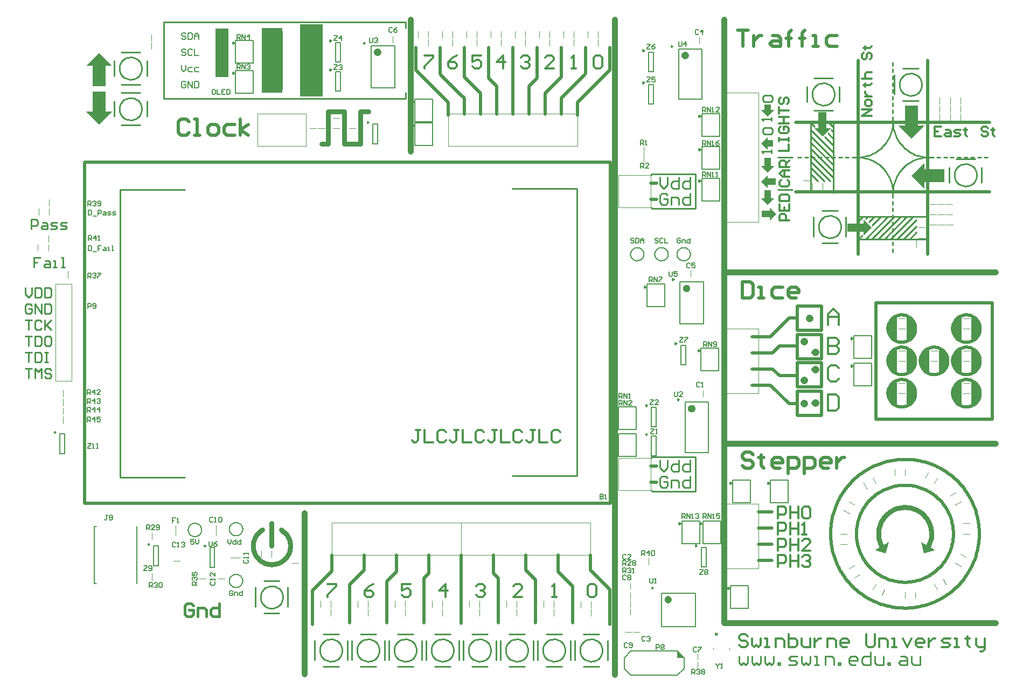
<source format=gto>
G04*
G04 #@! TF.GenerationSoftware,Altium Limited,Altium Designer,19.1.8 (144)*
G04*
G04 Layer_Color=65535*
%FSLAX25Y25*%
%MOIN*%
G70*
G01*
G75*
%ADD10C,0.02000*%
%ADD11C,0.01300*%
%ADD12C,0.00984*%
%ADD13C,0.02362*%
%ADD14C,0.01000*%
%ADD15C,0.00800*%
%ADD16C,0.02400*%
%ADD17C,0.03000*%
%ADD18C,0.00500*%
%ADD19C,0.00394*%
%ADD20C,0.00787*%
%ADD21C,0.00787*%
%ADD22C,0.01968*%
%ADD23C,0.03500*%
%ADD24C,0.01181*%
%ADD25C,0.01200*%
%ADD26C,0.01400*%
%ADD27C,0.01500*%
%ADD28R,0.14000X0.45000*%
%ADD29R,0.13000X0.40000*%
%ADD30R,0.08000X0.30000*%
G36*
X-3558Y380496D02*
X-7558D01*
Y367996D01*
X-15558D01*
Y380496D01*
X-19558D01*
X-11558Y388496D01*
X-3558Y380496D01*
D02*
G37*
G36*
X404099Y353222D02*
X406099D01*
X402099Y349222D01*
X398099Y353222D01*
X400099D01*
Y356770D01*
X404099D01*
Y353222D01*
D02*
G37*
G36*
X-7558Y352246D02*
X-3558D01*
X-11558Y344246D01*
X-19558Y352246D01*
X-15558D01*
Y364746D01*
X-7558D01*
Y352246D01*
D02*
G37*
G36*
X438599Y341996D02*
X441099D01*
X436099Y336996D01*
X431099Y341996D01*
X433599D01*
Y351996D01*
X438599D01*
Y341996D01*
D02*
G37*
G36*
X495099Y343496D02*
X499099D01*
X491099Y335496D01*
X483099Y343496D01*
X487099D01*
Y355996D01*
X495099D01*
Y343496D01*
D02*
G37*
G36*
X402099Y334728D02*
X405647D01*
Y330728D01*
X402099D01*
Y328728D01*
X398099Y332728D01*
X402099Y336728D01*
Y334728D01*
D02*
G37*
G36*
X404099Y318496D02*
X406099D01*
X402099Y314496D01*
X398099Y318496D01*
X400099D01*
Y323496D01*
X404099D01*
Y318496D01*
D02*
G37*
G36*
X499099Y316496D02*
X511599D01*
Y308496D01*
X499099Y308496D01*
X499099Y304496D01*
X491099Y312496D01*
X499099Y320496D01*
Y316496D01*
D02*
G37*
G36*
X402099Y310996D02*
X407099D01*
Y306996D01*
X402099D01*
Y304996D01*
X398099Y308996D01*
X402099Y312996D01*
Y310996D01*
D02*
G37*
G36*
X404099Y298496D02*
X406099D01*
X402099Y294496D01*
X398099Y298496D01*
X400099D01*
Y303496D01*
X404099D01*
Y298496D01*
D02*
G37*
G36*
X407599Y288996D02*
X403599Y284996D01*
Y286996D01*
X398599D01*
Y290996D01*
X403599D01*
Y292996D01*
X407599Y288996D01*
D02*
G37*
G36*
X466599Y280496D02*
X461599Y275496D01*
Y277996D01*
X451599D01*
Y282996D01*
X461599D01*
Y285496D01*
X466599Y280496D01*
D02*
G37*
G36*
X522216Y225992D02*
X522000D01*
Y226000D01*
X522216Y225992D01*
D02*
G37*
G36*
X482216D02*
X482000D01*
Y226000D01*
X482216Y225992D01*
D02*
G37*
G36*
X522000Y210216D02*
X520421Y211795D01*
X519285D01*
Y212310D01*
X516599Y214996D01*
Y218175D01*
X516929Y218506D01*
Y221326D01*
X518594Y222991D01*
Y223467D01*
X518823D01*
X521348Y225992D01*
X522000D01*
Y210216D01*
D02*
G37*
G36*
X482000D02*
X480421Y211795D01*
X479285D01*
Y212310D01*
X476599Y214996D01*
Y218175D01*
X476930Y218506D01*
Y221326D01*
X478594Y222991D01*
Y223467D01*
X478823D01*
X481348Y225992D01*
X482000D01*
Y210216D01*
D02*
G37*
G36*
X529777Y224197D02*
X530913Y224197D01*
Y223682D01*
X533599Y220996D01*
Y217817D01*
X533269Y217487D01*
Y214666D01*
X531604Y213001D01*
Y212525D01*
X531375D01*
X528851Y210000D01*
X528198D01*
Y225776D01*
X529777Y224197D01*
D02*
G37*
G36*
X489777D02*
X490913Y224197D01*
Y223682D01*
X493599Y220996D01*
Y217817D01*
X493269Y217487D01*
Y214666D01*
X491604Y213001D01*
Y212525D01*
X491375D01*
X488850Y210000D01*
X488198D01*
Y225776D01*
X489777Y224197D01*
D02*
G37*
G36*
X528198Y209992D02*
X527982Y210000D01*
X528198D01*
Y209992D01*
D02*
G37*
G36*
X488198D02*
X487982Y210000D01*
X488198D01*
Y209992D01*
D02*
G37*
G36*
X522216Y205992D02*
X522000D01*
Y206000D01*
X522216Y205992D01*
D02*
G37*
G36*
X502232D02*
X502016D01*
Y206000D01*
X502232Y205992D01*
D02*
G37*
G36*
X482216D02*
X482000D01*
Y206000D01*
X482216Y205992D01*
D02*
G37*
G36*
X522000Y190216D02*
X520421Y191795D01*
X519285D01*
Y192310D01*
X516599Y194996D01*
Y198175D01*
X516929Y198505D01*
Y201326D01*
X518594Y202991D01*
Y203467D01*
X518823D01*
X521348Y205992D01*
X522000D01*
Y190216D01*
D02*
G37*
G36*
X502016D02*
X500437Y191795D01*
X499301D01*
Y192310D01*
X496615Y194996D01*
Y198175D01*
X496945Y198505D01*
Y201326D01*
X498610Y202991D01*
Y203467D01*
X498839D01*
X501364Y205992D01*
X502016D01*
Y190216D01*
D02*
G37*
G36*
X482000D02*
X480421Y191795D01*
X479285D01*
Y192310D01*
X476599Y194996D01*
Y198175D01*
X476930Y198505D01*
Y201326D01*
X478594Y202991D01*
Y203467D01*
X478823D01*
X481348Y205992D01*
X482000D01*
Y190216D01*
D02*
G37*
G36*
X529777Y204197D02*
X530913Y204197D01*
Y203682D01*
X533599Y200996D01*
Y197817D01*
X533269Y197486D01*
Y194666D01*
X531604Y193001D01*
Y192525D01*
X531375D01*
X528851Y190000D01*
X528198D01*
Y205776D01*
X529777Y204197D01*
D02*
G37*
G36*
X509793D02*
X510929Y204197D01*
Y203682D01*
X513615Y200996D01*
Y197817D01*
X513285Y197486D01*
Y194666D01*
X511620Y193001D01*
Y192525D01*
X511391D01*
X508866Y190000D01*
X508214D01*
Y205776D01*
X509793Y204197D01*
D02*
G37*
G36*
X489777D02*
X490913Y204197D01*
Y203682D01*
X493599Y200996D01*
Y197817D01*
X493269Y197486D01*
Y194666D01*
X491604Y193001D01*
Y192525D01*
X491375D01*
X488850Y190000D01*
X488198D01*
Y205776D01*
X489777Y204197D01*
D02*
G37*
G36*
X528198Y189992D02*
X527982Y190000D01*
X528198D01*
Y189992D01*
D02*
G37*
G36*
X508214D02*
X507998Y190000D01*
X508214D01*
Y189992D01*
D02*
G37*
G36*
X488198D02*
X487982Y190000D01*
X488198D01*
Y189992D01*
D02*
G37*
G36*
X522216Y185992D02*
X522000D01*
Y186000D01*
X522216Y185992D01*
D02*
G37*
G36*
X482216D02*
X482000D01*
Y186000D01*
X482216Y185992D01*
D02*
G37*
G36*
X522000Y170216D02*
X520421Y171795D01*
X519285D01*
Y172310D01*
X516599Y174996D01*
Y178175D01*
X516929Y178506D01*
Y181326D01*
X518594Y182991D01*
Y183467D01*
X518823D01*
X521348Y185992D01*
X522000D01*
Y170216D01*
D02*
G37*
G36*
X482000D02*
X480421Y171795D01*
X479285D01*
Y172310D01*
X476599Y174996D01*
Y178175D01*
X476930Y178506D01*
Y181326D01*
X478594Y182991D01*
Y183467D01*
X478823D01*
X481348Y185992D01*
X482000D01*
Y170216D01*
D02*
G37*
G36*
X529777Y184197D02*
X530913Y184197D01*
Y183682D01*
X533599Y180996D01*
Y177817D01*
X533269Y177487D01*
Y174666D01*
X531604Y173001D01*
Y172524D01*
X531375D01*
X528851Y170000D01*
X528198D01*
Y185776D01*
X529777Y184197D01*
D02*
G37*
G36*
X489777D02*
X490913Y184197D01*
Y183682D01*
X493599Y180996D01*
Y177817D01*
X493269Y177487D01*
Y174666D01*
X491604Y173001D01*
Y172524D01*
X491375D01*
X488850Y170000D01*
X488198D01*
Y185776D01*
X489777Y184197D01*
D02*
G37*
G36*
X528198Y169992D02*
X527982Y170000D01*
X528198D01*
Y169992D01*
D02*
G37*
G36*
X488198D02*
X487982Y170000D01*
X488198D01*
Y169992D01*
D02*
G37*
G36*
X505719Y80846D02*
X498889Y79016D01*
X497058Y85846D01*
X505719Y80846D01*
D02*
G37*
G36*
X475310Y79016D02*
X468480Y80846D01*
X477140Y85846D01*
X475310Y79016D01*
D02*
G37*
G36*
X350346Y14276D02*
X346145D01*
Y18476D01*
X350346Y14276D01*
D02*
G37*
D10*
X513599Y197996D02*
X513540Y199001D01*
X513361Y199993D01*
X513067Y200956D01*
X512661Y201877D01*
X512149Y202745D01*
X511538Y203545D01*
X510837Y204268D01*
X510054Y204902D01*
X509203Y205440D01*
X508294Y205873D01*
X507340Y206195D01*
X506354Y206403D01*
X505351Y206492D01*
X504344Y206462D01*
X503348Y206314D01*
X502377Y206048D01*
X501444Y205670D01*
X500562Y205184D01*
X499744Y204596D01*
X499000Y203917D01*
X498343Y203154D01*
X497780Y202319D01*
X497321Y201423D01*
X496970Y200479D01*
X496733Y199499D01*
X496614Y198500D01*
Y197492D01*
X496733Y196492D01*
X496970Y195513D01*
X497321Y194569D01*
X497780Y193674D01*
X498343Y192838D01*
X499000Y192075D01*
X499744Y191395D01*
X500562Y190808D01*
X501444Y190322D01*
X502377Y189944D01*
X503348Y189678D01*
X504344Y189530D01*
X505351Y189500D01*
X506354Y189589D01*
X507340Y189797D01*
X508294Y190119D01*
X509203Y190552D01*
X510054Y191090D01*
X510837Y191724D01*
X511538Y192447D01*
X512149Y193247D01*
X512661Y194115D01*
X513067Y195036D01*
X513361Y195999D01*
X513540Y196991D01*
X513599Y197996D01*
X533599Y217996D02*
X533539Y219001D01*
X533361Y219992D01*
X533067Y220956D01*
X532661Y221877D01*
X532149Y222744D01*
X531538Y223545D01*
X530837Y224268D01*
X530055Y224902D01*
X529203Y225440D01*
X528294Y225873D01*
X527340Y226195D01*
X526354Y226403D01*
X525351Y226492D01*
X524344Y226462D01*
X523348Y226314D01*
X522377Y226048D01*
X521444Y225670D01*
X520562Y225184D01*
X519743Y224596D01*
X519000Y223917D01*
X518343Y223154D01*
X517780Y222319D01*
X517320Y221423D01*
X516970Y220479D01*
X516733Y219499D01*
X516614Y218499D01*
Y217492D01*
X516733Y216492D01*
X516970Y215513D01*
X517320Y214569D01*
X517780Y213673D01*
X518343Y212838D01*
X519000Y212075D01*
X519743Y211396D01*
X520562Y210808D01*
X521444Y210322D01*
X522377Y209944D01*
X523348Y209678D01*
X524344Y209530D01*
X525351Y209500D01*
X526354Y209589D01*
X527340Y209797D01*
X528294Y210119D01*
X529203Y210552D01*
X530055Y211090D01*
X530836Y211724D01*
X531538Y212447D01*
X532149Y213247D01*
X532661Y214115D01*
X533067Y215036D01*
X533361Y215999D01*
X533539Y216991D01*
X533599Y217996D01*
Y197996D02*
X533539Y199001D01*
X533361Y199993D01*
X533067Y200956D01*
X532661Y201877D01*
X532149Y202745D01*
X531538Y203545D01*
X530837Y204268D01*
X530055Y204902D01*
X529203Y205440D01*
X528294Y205873D01*
X527340Y206195D01*
X526354Y206403D01*
X525351Y206492D01*
X524344Y206462D01*
X523348Y206314D01*
X522377Y206048D01*
X521444Y205670D01*
X520562Y205184D01*
X519743Y204596D01*
X519000Y203917D01*
X518343Y203154D01*
X517780Y202319D01*
X517320Y201423D01*
X516970Y200479D01*
X516733Y199499D01*
X516614Y198500D01*
Y197492D01*
X516733Y196492D01*
X516970Y195513D01*
X517320Y194569D01*
X517780Y193674D01*
X518343Y192838D01*
X519000Y192075D01*
X519743Y191395D01*
X520562Y190808D01*
X521444Y190322D01*
X522377Y189944D01*
X523348Y189678D01*
X524344Y189530D01*
X525351Y189500D01*
X526354Y189589D01*
X527340Y189797D01*
X528294Y190119D01*
X529203Y190552D01*
X530055Y191090D01*
X530836Y191724D01*
X531538Y192447D01*
X532149Y193247D01*
X532661Y194115D01*
X533067Y195036D01*
X533361Y195999D01*
X533539Y196991D01*
X533599Y197996D01*
Y177996D02*
X533539Y179001D01*
X533361Y179992D01*
X533067Y180956D01*
X532661Y181877D01*
X532149Y182745D01*
X531538Y183545D01*
X530837Y184268D01*
X530055Y184902D01*
X529203Y185440D01*
X528294Y185873D01*
X527340Y186195D01*
X526354Y186403D01*
X525351Y186492D01*
X524344Y186462D01*
X523348Y186314D01*
X522377Y186048D01*
X521444Y185670D01*
X520562Y185184D01*
X519743Y184596D01*
X519000Y183917D01*
X518343Y183154D01*
X517780Y182318D01*
X517320Y181422D01*
X516970Y180479D01*
X516733Y179499D01*
X516614Y178499D01*
Y177492D01*
X516733Y176492D01*
X516970Y175514D01*
X517320Y174569D01*
X517780Y173673D01*
X518343Y172838D01*
X519000Y172075D01*
X519743Y171396D01*
X520562Y170808D01*
X521444Y170322D01*
X522377Y169944D01*
X523348Y169678D01*
X524344Y169530D01*
X525351Y169500D01*
X526354Y169589D01*
X527340Y169797D01*
X528294Y170119D01*
X529203Y170552D01*
X530055Y171090D01*
X530836Y171724D01*
X531538Y172447D01*
X532149Y173248D01*
X532661Y174115D01*
X533067Y175036D01*
X533361Y175999D01*
X533539Y176991D01*
X533599Y177996D01*
X493599Y177996D02*
X493539Y179001D01*
X493361Y179992D01*
X493067Y180956D01*
X492661Y181877D01*
X492149Y182745D01*
X491538Y183545D01*
X490837Y184268D01*
X490055Y184902D01*
X489203Y185440D01*
X488294Y185873D01*
X487340Y186195D01*
X486354Y186403D01*
X485351Y186492D01*
X484344Y186462D01*
X483348Y186314D01*
X482377Y186048D01*
X481444Y185670D01*
X480562Y185184D01*
X479743Y184596D01*
X479000Y183917D01*
X478343Y183154D01*
X477780Y182318D01*
X477320Y181422D01*
X476970Y180479D01*
X476733Y179499D01*
X476614Y178499D01*
Y177492D01*
X476733Y176492D01*
X476970Y175514D01*
X477320Y174569D01*
X477780Y173673D01*
X478343Y172838D01*
X479000Y172075D01*
X479743Y171396D01*
X480562Y170808D01*
X481444Y170322D01*
X482377Y169944D01*
X483348Y169678D01*
X484344Y169530D01*
X485351Y169500D01*
X486354Y169589D01*
X487340Y169797D01*
X488294Y170119D01*
X489203Y170552D01*
X490055Y171090D01*
X490836Y171724D01*
X491538Y172447D01*
X492149Y173248D01*
X492661Y174115D01*
X493067Y175036D01*
X493361Y175999D01*
X493539Y176991D01*
X493599Y177996D01*
Y197996D02*
X493539Y199001D01*
X493361Y199993D01*
X493067Y200956D01*
X492661Y201877D01*
X492149Y202745D01*
X491538Y203545D01*
X490837Y204268D01*
X490055Y204902D01*
X489203Y205440D01*
X488294Y205873D01*
X487340Y206195D01*
X486354Y206403D01*
X485351Y206492D01*
X484344Y206462D01*
X483348Y206314D01*
X482377Y206048D01*
X481444Y205670D01*
X480562Y205184D01*
X479743Y204596D01*
X479000Y203917D01*
X478343Y203154D01*
X477780Y202319D01*
X477320Y201423D01*
X476970Y200479D01*
X476733Y199499D01*
X476614Y198500D01*
Y197492D01*
X476733Y196492D01*
X476970Y195513D01*
X477320Y194569D01*
X477780Y193674D01*
X478343Y192838D01*
X479000Y192075D01*
X479743Y191395D01*
X480562Y190808D01*
X481444Y190322D01*
X482377Y189944D01*
X483348Y189678D01*
X484344Y189530D01*
X485351Y189500D01*
X486354Y189589D01*
X487340Y189797D01*
X488294Y190119D01*
X489203Y190552D01*
X490055Y191090D01*
X490836Y191724D01*
X491538Y192447D01*
X492149Y193247D01*
X492661Y194115D01*
X493067Y195036D01*
X493361Y195999D01*
X493539Y196991D01*
X493599Y197996D01*
Y217996D02*
X493539Y219001D01*
X493361Y219992D01*
X493067Y220956D01*
X492661Y221877D01*
X492149Y222744D01*
X491538Y223545D01*
X490837Y224268D01*
X490055Y224902D01*
X489203Y225440D01*
X488294Y225873D01*
X487340Y226195D01*
X486354Y226403D01*
X485351Y226492D01*
X484344Y226462D01*
X483348Y226314D01*
X482377Y226048D01*
X481444Y225670D01*
X480562Y225184D01*
X479743Y224596D01*
X479000Y223917D01*
X478343Y223154D01*
X477780Y222319D01*
X477320Y221423D01*
X476970Y220479D01*
X476733Y219499D01*
X476614Y218499D01*
Y217492D01*
X476733Y216492D01*
X476970Y215513D01*
X477320Y214569D01*
X477780Y213673D01*
X478343Y212838D01*
X479000Y212075D01*
X479743Y211396D01*
X480562Y210808D01*
X481444Y210322D01*
X482377Y209944D01*
X483348Y209678D01*
X484344Y209530D01*
X485351Y209500D01*
X486354Y209589D01*
X487340Y209797D01*
X488294Y210119D01*
X489203Y210552D01*
X490055Y211090D01*
X490836Y211724D01*
X491538Y212447D01*
X492149Y213247D01*
X492661Y214115D01*
X493067Y215036D01*
X493361Y215999D01*
X493539Y216991D01*
X493599Y217996D01*
X517099Y91096D02*
X517083Y92098D01*
X517032Y93100D01*
X516949Y94099D01*
X516831Y95095D01*
X516681Y96086D01*
X516498Y97072D01*
X516282Y98051D01*
X516033Y99022D01*
X515752Y99984D01*
X515439Y100937D01*
X515095Y101878D01*
X514719Y102808D01*
X514312Y103724D01*
X513875Y104626D01*
X513408Y105513D01*
X512911Y106385D01*
X512386Y107238D01*
X511833Y108074D01*
X511251Y108891D01*
X510643Y109688D01*
X510009Y110465D01*
X509349Y111220D01*
X508664Y111952D01*
X507955Y112661D01*
X507223Y113346D01*
X506468Y114006D01*
X505692Y114640D01*
X504895Y115248D01*
X504078Y115829D01*
X503242Y116383D01*
X502388Y116908D01*
X501517Y117404D01*
X500630Y117872D01*
X499727Y118309D01*
X498811Y118716D01*
X497881Y119091D01*
X496940Y119436D01*
X495988Y119749D01*
X495025Y120030D01*
X494054Y120279D01*
X493075Y120495D01*
X492089Y120678D01*
X491098Y120828D01*
X490102Y120945D01*
X489103Y121029D01*
X488102Y121079D01*
X487099Y121096D01*
X486097Y121079D01*
X485095Y121029D01*
X484096Y120945D01*
X483101Y120828D01*
X482109Y120678D01*
X481124Y120495D01*
X480145Y120279D01*
X479173Y120030D01*
X478211Y119749D01*
X477258Y119436D01*
X476317Y119091D01*
X475387Y118716D01*
X474471Y118309D01*
X473569Y117872D01*
X472682Y117404D01*
X471811Y116908D01*
X470957Y116383D01*
X470121Y115829D01*
X469304Y115248D01*
X468507Y114640D01*
X467730Y114005D01*
X466976Y113346D01*
X466243Y112661D01*
X465534Y111952D01*
X464850Y111220D01*
X464190Y110465D01*
X463555Y109688D01*
X462947Y108891D01*
X462366Y108074D01*
X461812Y107238D01*
X461287Y106385D01*
X460791Y105514D01*
X460324Y104626D01*
X459887Y103724D01*
X459480Y102808D01*
X459104Y101878D01*
X458759Y100937D01*
X458446Y99984D01*
X458165Y99022D01*
X457916Y98051D01*
X457700Y97072D01*
X457517Y96086D01*
X457367Y95095D01*
X457250Y94099D01*
X457166Y93100D01*
X457116Y92098D01*
X457099Y91096D01*
X457116Y90094D01*
X457166Y89092D01*
X457250Y88093D01*
X457367Y87098D01*
X457517Y86106D01*
X457700Y85120D01*
X457916Y84141D01*
X458165Y83170D01*
X458446Y82208D01*
X458759Y81255D01*
X459104Y80314D01*
X459480Y79384D01*
X459886Y78468D01*
X460324Y77566D01*
X460791Y76679D01*
X461287Y75808D01*
X461812Y74954D01*
X462366Y74118D01*
X462947Y73301D01*
X463555Y72504D01*
X464189Y71727D01*
X464850Y70973D01*
X465534Y70240D01*
X466243Y69531D01*
X466975Y68847D01*
X467730Y68186D01*
X468507Y67552D01*
X469304Y66944D01*
X470121Y66363D01*
X470957Y65809D01*
X471810Y65284D01*
X472682Y64788D01*
X473569Y64320D01*
X474471Y63883D01*
X475387Y63477D01*
X476317Y63101D01*
X477258Y62756D01*
X478211Y62443D01*
X479173Y62162D01*
X480144Y61913D01*
X481123Y61697D01*
X482109Y61514D01*
X483100Y61364D01*
X484096Y61247D01*
X485095Y61163D01*
X486096Y61113D01*
X487099Y61096D01*
X488101Y61113D01*
X489103Y61163D01*
X490102Y61247D01*
X491097Y61364D01*
X492089Y61514D01*
X493075Y61697D01*
X494054Y61913D01*
X495025Y62162D01*
X495987Y62443D01*
X496940Y62756D01*
X497881Y63100D01*
X498811Y63476D01*
X499727Y63883D01*
X500629Y64320D01*
X501516Y64787D01*
X502387Y65284D01*
X503241Y65809D01*
X504077Y66363D01*
X504894Y66944D01*
X505691Y67552D01*
X506468Y68186D01*
X507223Y68846D01*
X507955Y69531D01*
X508664Y70240D01*
X509348Y70972D01*
X510009Y71727D01*
X510643Y72503D01*
X511251Y73300D01*
X511832Y74117D01*
X512386Y74953D01*
X512911Y75807D01*
X513408Y76678D01*
X513875Y77565D01*
X514312Y78468D01*
X514719Y79384D01*
X515095Y80313D01*
X515439Y81255D01*
X515752Y82207D01*
X516033Y83170D01*
X516282Y84141D01*
X516498Y85120D01*
X516681Y86106D01*
X516831Y87097D01*
X516949Y88093D01*
X517032Y89092D01*
X517082Y90093D01*
X517099Y91096D01*
X533099Y91096D02*
X533088Y92096D01*
X533056Y93095D01*
X533001Y94094D01*
X532925Y95091D01*
X532828Y96087D01*
X532708Y97079D01*
X532568Y98070D01*
X532405Y99056D01*
X532221Y100040D01*
X532016Y101018D01*
X531790Y101992D01*
X531543Y102961D01*
X531274Y103925D01*
X530985Y104882D01*
X530675Y105833D01*
X530344Y106777D01*
X529993Y107713D01*
X529622Y108642D01*
X529230Y109562D01*
X528819Y110474D01*
X528388Y111376D01*
X527937Y112269D01*
X527467Y113151D01*
X526978Y114024D01*
X526470Y114885D01*
X525944Y115736D01*
X525399Y116574D01*
X524836Y117401D01*
X524255Y118215D01*
X523657Y119016D01*
X523041Y119804D01*
X522409Y120579D01*
X521759Y121340D01*
X521094Y122086D01*
X520412Y122818D01*
X519714Y123534D01*
X519001Y124236D01*
X518273Y124921D01*
X517531Y125591D01*
X516774Y126245D01*
X516003Y126881D01*
X515218Y127501D01*
X514420Y128104D01*
X513609Y128689D01*
X512785Y129256D01*
X511950Y129806D01*
X511102Y130337D01*
X510243Y130850D01*
X509374Y131343D01*
X508494Y131818D01*
X507603Y132273D01*
X506703Y132710D01*
X505794Y133126D01*
X504876Y133522D01*
X503949Y133899D01*
X503015Y134255D01*
X502073Y134591D01*
X501124Y134906D01*
X500168Y135201D01*
X499206Y135474D01*
X498238Y135727D01*
X497265Y135959D01*
X496288Y136169D01*
X495306Y136358D01*
X494320Y136526D01*
X493331Y136672D01*
X492338Y136797D01*
X491344Y136900D01*
X490347Y136981D01*
X489349Y137041D01*
X488349Y137079D01*
X487349Y137095D01*
X486349Y137090D01*
X485350Y137063D01*
X484351Y137014D01*
X483353Y136943D01*
X482357Y136851D01*
X481364Y136737D01*
X480373Y136601D01*
X479385Y136445D01*
X478401Y136266D01*
X477421Y136066D01*
X476446Y135845D01*
X475476Y135603D01*
X474511Y135340D01*
X473552Y135056D01*
X472599Y134751D01*
X471654Y134425D01*
X470716Y134079D01*
X469785Y133713D01*
X468863Y133327D01*
X467949Y132920D01*
X467044Y132494D01*
X466149Y132048D01*
X465264Y131583D01*
X464389Y131099D01*
X463524Y130596D01*
X462671Y130074D01*
X461830Y129534D01*
X461000Y128975D01*
X460183Y128399D01*
X459378Y127805D01*
X458587Y127193D01*
X457809Y126565D01*
X457044Y125920D01*
X456294Y125258D01*
X455559Y124581D01*
X454839Y123887D01*
X454133Y123178D01*
X453444Y122454D01*
X452770Y121715D01*
X452112Y120961D01*
X451471Y120193D01*
X450847Y119412D01*
X450240Y118617D01*
X449651Y117809D01*
X449079Y116989D01*
X448525Y116156D01*
X447989Y115312D01*
X447472Y114456D01*
X446974Y113589D01*
X446494Y112711D01*
X446034Y111823D01*
X445593Y110926D01*
X445172Y110019D01*
X444770Y109103D01*
X444389Y108178D01*
X444027Y107246D01*
X443686Y106306D01*
X443366Y105358D01*
X443066Y104404D01*
X442787Y103444D01*
X442529Y102477D01*
X442293Y101506D01*
X442077Y100529D01*
X441882Y99548D01*
X441709Y98563D01*
X441558Y97575D01*
X441428Y96583D01*
X441319Y95589D01*
X441232Y94593D01*
X441167Y93595D01*
X441124Y92596D01*
X441102Y91596D01*
Y90596D01*
X441124Y89596D01*
X441167Y88597D01*
X441232Y87599D01*
X441319Y86602D01*
X441428Y85608D01*
X441558Y84617D01*
X441709Y83628D01*
X441883Y82643D01*
X442077Y81662D01*
X442293Y80686D01*
X442530Y79714D01*
X442788Y78748D01*
X443067Y77788D01*
X443366Y76833D01*
X443687Y75886D01*
X444028Y74946D01*
X444389Y74013D01*
X444770Y73089D01*
X445172Y72173D01*
X445593Y71266D01*
X446034Y70368D01*
X446494Y69480D01*
X446974Y68603D01*
X447472Y67736D01*
X447989Y66880D01*
X448525Y66035D01*
X449079Y65203D01*
X449651Y64382D01*
X450241Y63574D01*
X450847Y62780D01*
X451472Y61998D01*
X452113Y61231D01*
X452770Y60477D01*
X453444Y59738D01*
X454134Y59014D01*
X454839Y58305D01*
X455559Y57611D01*
X456295Y56933D01*
X457045Y56272D01*
X457809Y55627D01*
X458587Y54998D01*
X459378Y54387D01*
X460183Y53793D01*
X461000Y53217D01*
X461830Y52658D01*
X462672Y52118D01*
X463525Y51596D01*
X464389Y51093D01*
X465264Y50609D01*
X466149Y50144D01*
X467044Y49698D01*
X467949Y49272D01*
X468863Y48865D01*
X469785Y48479D01*
X470716Y48112D01*
X471654Y47766D01*
X472600Y47441D01*
X473552Y47136D01*
X474511Y46852D01*
X475476Y46589D01*
X476446Y46347D01*
X477422Y46126D01*
X478402Y45926D01*
X479386Y45747D01*
X480373Y45590D01*
X481364Y45455D01*
X482358Y45341D01*
X483354Y45249D01*
X484351Y45178D01*
X485350Y45129D01*
X486350Y45102D01*
X487350Y45097D01*
X488350Y45113D01*
X489349Y45151D01*
X490347Y45211D01*
X491344Y45292D01*
X492339Y45395D01*
X493331Y45520D01*
X494320Y45666D01*
X495306Y45834D01*
X496288Y46023D01*
X497266Y46233D01*
X498239Y46465D01*
X499206Y46718D01*
X500168Y46992D01*
X501124Y47286D01*
X502073Y47601D01*
X503015Y47937D01*
X503950Y48293D01*
X504876Y48670D01*
X505794Y49066D01*
X506704Y49483D01*
X507604Y49919D01*
X508494Y50374D01*
X509374Y50849D01*
X510244Y51343D01*
X511102Y51855D01*
X511950Y52386D01*
X512785Y52936D01*
X513609Y53503D01*
X514420Y54088D01*
X515218Y54691D01*
X516003Y55311D01*
X516774Y55948D01*
X517531Y56601D01*
X518274Y57271D01*
X519002Y57956D01*
X519715Y58658D01*
X520412Y59374D01*
X521094Y60106D01*
X521759Y60852D01*
X522409Y61613D01*
X523041Y62388D01*
X523657Y63176D01*
X524255Y63977D01*
X524836Y64791D01*
X525399Y65618D01*
X525944Y66457D01*
X526470Y67307D01*
X526978Y68168D01*
X527467Y69041D01*
X527937Y69924D01*
X528388Y70816D01*
X528819Y71719D01*
X529230Y72630D01*
X529622Y73550D01*
X529993Y74479D01*
X530344Y75415D01*
X530675Y76359D01*
X530985Y77310D01*
X531274Y78267D01*
X531543Y79231D01*
X531790Y80200D01*
X532016Y81174D01*
X532221Y82152D01*
X532405Y83136D01*
X532568Y84122D01*
X532708Y85113D01*
X532828Y86105D01*
X532925Y87101D01*
X533001Y88098D01*
X533056Y89096D01*
X533088Y90096D01*
X533099Y91096D01*
X396599Y74496D02*
X404900D01*
X396599Y84496D02*
X404900D01*
X396599Y94496D02*
X404900D01*
X396599Y104496D02*
X404900D01*
X-20558Y320996D02*
X304942D01*
X304942D02*
X304942Y109996D01*
X-20558Y320996D02*
X-20558Y109996D01*
X304942D01*
X469099Y233996D02*
X541099Y233996D01*
Y161996D02*
Y233996D01*
X469099Y161996D02*
X541099D01*
X469099D02*
Y233996D01*
X420599Y231864D02*
X435599D01*
Y216864D02*
Y231864D01*
X420599Y216864D02*
X435599D01*
X420599D02*
Y231864D01*
Y199364D02*
Y214364D01*
Y199364D02*
X435599D01*
Y214364D01*
X420599D02*
X435599D01*
X420599Y181864D02*
Y196864D01*
Y181864D02*
X435599D01*
Y196864D01*
X420599D02*
X435599D01*
X420599Y164364D02*
Y179364D01*
Y164364D02*
X435599D01*
Y179364D01*
X420599D02*
X435599D01*
X392599Y202996D02*
X405242D01*
X409404Y207157D01*
X420599D01*
X392599Y212996D02*
X403979D01*
X415479Y224496D01*
X420467D01*
X415479Y171496D02*
X420467D01*
X403979Y182996D02*
X415479Y171496D01*
X392599Y182996D02*
X403979D01*
X409404Y188835D02*
X420599D01*
X405242Y192996D02*
X409404Y188835D01*
X392599Y192996D02*
X405242D01*
X292442Y68496D02*
Y77996D01*
X272442Y67496D02*
Y77996D01*
X252442Y68496D02*
Y77996D01*
X232442Y66496D02*
Y77996D01*
X192442Y66496D02*
Y77996D01*
X172442Y67496D02*
Y77996D01*
X152442Y68496D02*
Y77996D01*
X132442Y67996D02*
Y77996D01*
X212442Y35720D02*
Y77996D01*
X383599Y402493D02*
X390264D01*
X386931D01*
Y392496D01*
X393596Y399161D02*
Y392496D01*
Y395828D01*
X395262Y397494D01*
X396928Y399161D01*
X398594D01*
X405259D02*
X408591D01*
X410257Y397494D01*
Y392496D01*
X405259D01*
X403593Y394162D01*
X405259Y395828D01*
X410257D01*
X415256Y392496D02*
Y400827D01*
Y397494D01*
X413589D01*
X416922D01*
X415256D01*
Y400827D01*
X416922Y402493D01*
X423586Y392496D02*
Y400827D01*
Y397494D01*
X421920D01*
X425252D01*
X423586D01*
Y400827D01*
X425252Y402493D01*
X430251Y392496D02*
X433583D01*
X431917D01*
Y399161D01*
X430251D01*
X445246D02*
X440248D01*
X438581Y397494D01*
Y394162D01*
X440248Y392496D01*
X445246D01*
X393265Y140031D02*
X391598Y141697D01*
X388266D01*
X386600Y140031D01*
Y138365D01*
X388266Y136698D01*
X391598D01*
X393265Y135032D01*
Y133366D01*
X391598Y131700D01*
X388266D01*
X386600Y133366D01*
X398263Y140031D02*
Y138365D01*
X396597D01*
X399929D01*
X398263D01*
Y133366D01*
X399929Y131700D01*
X409926D02*
X406594D01*
X404927Y133366D01*
Y136698D01*
X406594Y138365D01*
X409926D01*
X411592Y136698D01*
Y135032D01*
X404927D01*
X414924Y128368D02*
Y138365D01*
X419923D01*
X421589Y136698D01*
Y133366D01*
X419923Y131700D01*
X414924D01*
X424921Y128368D02*
Y138365D01*
X429919D01*
X431586Y136698D01*
Y133366D01*
X429919Y131700D01*
X424921D01*
X439916D02*
X436584D01*
X434918Y133366D01*
Y136698D01*
X436584Y138365D01*
X439916D01*
X441582Y136698D01*
Y135032D01*
X434918D01*
X444914Y138365D02*
Y131700D01*
Y135032D01*
X446581Y136698D01*
X448247Y138365D01*
X449913D01*
X386599Y246993D02*
Y236996D01*
X391598D01*
X393264Y238662D01*
Y245327D01*
X391598Y246993D01*
X386599D01*
X396596Y236996D02*
X399928D01*
X398262D01*
Y243660D01*
X396596D01*
X411591D02*
X406593D01*
X404927Y241994D01*
Y238662D01*
X406593Y236996D01*
X411591D01*
X419922D02*
X416589D01*
X414923Y238662D01*
Y241994D01*
X416589Y243660D01*
X419922D01*
X421588Y241994D01*
Y240328D01*
X414923D01*
X44106Y346077D02*
X42440Y347743D01*
X39108D01*
X37442Y346077D01*
Y339412D01*
X39108Y337746D01*
X42440D01*
X44106Y339412D01*
X47438Y337746D02*
X50771D01*
X49105D01*
Y347743D01*
X47438D01*
X57435Y337746D02*
X60768D01*
X62434Y339412D01*
Y342744D01*
X60768Y344410D01*
X57435D01*
X55769Y342744D01*
Y339412D01*
X57435Y337746D01*
X72430Y344410D02*
X67432D01*
X65766Y342744D01*
Y339412D01*
X67432Y337746D01*
X72430D01*
X75763D02*
Y347743D01*
Y341078D02*
X80761Y344410D01*
X75763Y341078D02*
X80761Y337746D01*
D11*
X370842Y28996D02*
X370242Y29342D01*
Y28650D01*
X370842Y28996D01*
X379801Y122400D02*
X379201Y122746D01*
Y122054D01*
X379801Y122400D01*
X183042Y343496D02*
X182442Y343842D01*
Y343150D01*
X183042Y343496D01*
Y358196D02*
X182442Y358542D01*
Y357850D01*
X183042Y358196D01*
X71960Y394505D02*
X71360Y394852D01*
Y394159D01*
X71960Y394505D01*
X71960Y375949D02*
X71360Y376295D01*
Y375602D01*
X71960Y375949D01*
X309142Y167696D02*
X308542Y168042D01*
Y167350D01*
X309142Y167696D01*
Y151196D02*
X308542Y151542D01*
Y150850D01*
X309142Y151196D01*
X360542Y309196D02*
X359942Y309542D01*
Y308850D01*
X360542Y309196D01*
X326642Y243696D02*
X326042Y244042D01*
Y243350D01*
X326642Y243696D01*
X360142Y204196D02*
X359542Y204542D01*
Y203850D01*
X360142Y204196D01*
X348242Y97196D02*
X347642Y97542D01*
Y96850D01*
X348242Y97196D01*
X360542Y328696D02*
X359942Y329042D01*
Y328350D01*
X360542Y328696D01*
X403000Y122400D02*
X402400Y122746D01*
Y122054D01*
X403000Y122400D01*
X378500Y57200D02*
X377900Y57546D01*
Y56854D01*
X378500Y57200D01*
X454599Y211795D02*
X453999Y212142D01*
Y211449D01*
X454599Y211795D01*
Y194795D02*
X453999Y195142D01*
Y194449D01*
X454599Y194795D01*
X360542Y349196D02*
X359942Y349542D01*
Y348850D01*
X360542Y349196D01*
X361195Y97214D02*
X360595Y97561D01*
Y96868D01*
X361195Y97214D01*
D12*
X344020Y248463D02*
X343282Y248889D01*
Y248037D01*
X344020Y248463D01*
X331292Y57579D02*
X330554Y58005D01*
Y57152D01*
X331292Y57579D01*
X54324Y83581D02*
X53586Y84007D01*
Y83155D01*
X54324Y83581D01*
X347220Y174122D02*
X346481Y174548D01*
Y173696D01*
X347220Y174122D01*
X-38532Y153985D02*
X-39270Y154411D01*
Y153559D01*
X-38532Y153985D01*
X327409Y170497D02*
X326671Y170923D01*
Y170071D01*
X327409Y170497D01*
X327410Y152681D02*
X326671Y153107D01*
Y152255D01*
X327410Y152681D01*
X325710Y390081D02*
X324971Y390507D01*
Y389655D01*
X325710Y390081D01*
X345662Y208798D02*
X344924Y209225D01*
Y208372D01*
X345662Y208798D01*
X358310Y83781D02*
X357571Y84207D01*
Y83355D01*
X358310Y83781D01*
X19510Y84581D02*
X18771Y85007D01*
Y84155D01*
X19510Y84581D01*
X325710Y370181D02*
X324971Y370607D01*
Y369755D01*
X325710Y370181D01*
X132009Y378181D02*
X131271Y378607D01*
Y377755D01*
X132009Y378181D01*
Y396181D02*
X131271Y396607D01*
Y395755D01*
X132009Y396181D01*
X155209Y345581D02*
X154471Y346007D01*
Y345155D01*
X155209Y345581D01*
X343220Y392677D02*
X342481Y393103D01*
Y392251D01*
X343220Y392677D01*
X152920Y394563D02*
X152181Y394989D01*
Y394137D01*
X152920Y394563D01*
D13*
X352976Y242951D02*
X352532Y243875D01*
X351533Y244103D01*
X350731Y243464D01*
Y242439D01*
X351533Y241800D01*
X352532Y242028D01*
X352976Y242951D01*
X341627Y50492D02*
X341182Y51415D01*
X340183Y51644D01*
X339382Y51004D01*
Y49980D01*
X340183Y49341D01*
X341182Y49569D01*
X341627Y50492D01*
X356176Y168610D02*
X355732Y169534D01*
X354732Y169762D01*
X353931Y169123D01*
Y168098D01*
X354732Y167459D01*
X355732Y167687D01*
X356176Y168610D01*
X352176Y387165D02*
X351732Y388089D01*
X350732Y388317D01*
X349931Y387678D01*
Y386653D01*
X350732Y386014D01*
X351732Y386242D01*
X352176Y387165D01*
X161876Y389051D02*
X161432Y389974D01*
X160433Y390203D01*
X159631Y389564D01*
Y388539D01*
X160433Y387900D01*
X161432Y388128D01*
X161876Y389051D01*
D14*
X14831Y353902D02*
X14758Y354905D01*
X14539Y355886D01*
X14180Y356826D01*
X13688Y357703D01*
X13073Y358499D01*
X12349Y359197D01*
X11531Y359783D01*
X10636Y360243D01*
X9684Y360567D01*
X8695Y360750D01*
X7690Y360787D01*
X6690Y360677D01*
X5717Y360422D01*
X4791Y360029D01*
X3933Y359505D01*
X3160Y358861D01*
X2489Y358112D01*
X1933Y357274D01*
X1507Y356363D01*
X1217Y355399D01*
X1070Y354404D01*
Y353399D01*
X1217Y352403D01*
X1507Y351440D01*
X1933Y350530D01*
X2489Y349691D01*
X3160Y348941D01*
X3933Y348298D01*
X4791Y347774D01*
X5717Y347381D01*
X6690Y347126D01*
X7690Y347016D01*
X8695Y347053D01*
X9684Y347236D01*
X10636Y347561D01*
X11531Y348021D01*
X12349Y348606D01*
X13073Y349304D01*
X13688Y350100D01*
X14180Y350977D01*
X14539Y351917D01*
X14758Y352898D01*
X14831Y353902D01*
X497489Y368996D02*
X497416Y369999D01*
X497197Y370981D01*
X496838Y371920D01*
X496345Y372797D01*
X495730Y373594D01*
X495006Y374292D01*
X494188Y374877D01*
X493294Y375337D01*
X492342Y375662D01*
X491353Y375844D01*
X490348Y375881D01*
X489348Y375771D01*
X488375Y375517D01*
X487449Y375123D01*
X486590Y374599D01*
X485817Y373956D01*
X485146Y373207D01*
X484591Y372368D01*
X484164Y371457D01*
X483874Y370494D01*
X483728Y369499D01*
Y368493D01*
X483874Y367498D01*
X484164Y366535D01*
X484591Y365624D01*
X485146Y364785D01*
X485817Y364036D01*
X486590Y363393D01*
X487449Y362869D01*
X488375Y362475D01*
X489348Y362221D01*
X490348Y362111D01*
X491353Y362148D01*
X492342Y362330D01*
X493294Y362655D01*
X494188Y363115D01*
X495006Y363700D01*
X495730Y364398D01*
X496345Y365195D01*
X496838Y366072D01*
X497197Y367011D01*
X497416Y367993D01*
X497489Y368996D01*
X14831Y378996D02*
X14758Y379999D01*
X14539Y380981D01*
X14180Y381920D01*
X13688Y382798D01*
X13073Y383594D01*
X12349Y384292D01*
X11531Y384877D01*
X10636Y385337D01*
X9684Y385662D01*
X8695Y385844D01*
X7690Y385881D01*
X6690Y385771D01*
X5717Y385517D01*
X4791Y385123D01*
X3933Y384599D01*
X3160Y383956D01*
X2489Y383207D01*
X1933Y382368D01*
X1507Y381457D01*
X1217Y380494D01*
X1070Y379499D01*
Y378493D01*
X1217Y377498D01*
X1507Y376535D01*
X1933Y375624D01*
X2489Y374785D01*
X3160Y374036D01*
X3933Y373393D01*
X4791Y372869D01*
X5717Y372475D01*
X6690Y372221D01*
X7690Y372111D01*
X8695Y372148D01*
X9684Y372330D01*
X10636Y372655D01*
X11531Y373115D01*
X12349Y373700D01*
X13073Y374398D01*
X13688Y375195D01*
X14180Y376072D01*
X14539Y377011D01*
X14758Y377993D01*
X14831Y378996D01*
X443489Y362996D02*
X443415Y363999D01*
X443197Y364981D01*
X442837Y365920D01*
X442345Y366798D01*
X441730Y367594D01*
X441006Y368292D01*
X440188Y368877D01*
X439294Y369337D01*
X438342Y369662D01*
X437353Y369844D01*
X436348Y369881D01*
X435348Y369771D01*
X434375Y369517D01*
X433449Y369123D01*
X432590Y368599D01*
X431817Y367956D01*
X431146Y367207D01*
X430591Y366368D01*
X430164Y365457D01*
X429874Y364494D01*
X429728Y363499D01*
Y362493D01*
X429874Y361498D01*
X430164Y360535D01*
X430591Y359624D01*
X431146Y358785D01*
X431817Y358036D01*
X432590Y357393D01*
X433449Y356869D01*
X434375Y356475D01*
X435348Y356221D01*
X436348Y356111D01*
X437353Y356148D01*
X438342Y356330D01*
X439294Y356655D01*
X440188Y357115D01*
X441006Y357700D01*
X441730Y358398D01*
X442345Y359194D01*
X442837Y360072D01*
X443197Y361011D01*
X443415Y361993D01*
X443489Y362996D01*
X447489Y280996D02*
X447415Y281999D01*
X447197Y282981D01*
X446838Y283920D01*
X446345Y284798D01*
X445730Y285594D01*
X445006Y286292D01*
X444188Y286877D01*
X443294Y287337D01*
X442342Y287662D01*
X441353Y287844D01*
X440348Y287881D01*
X439348Y287771D01*
X438375Y287517D01*
X437449Y287123D01*
X436590Y286599D01*
X435817Y285956D01*
X435146Y285207D01*
X434591Y284368D01*
X434164Y283457D01*
X433874Y282494D01*
X433728Y281499D01*
Y280493D01*
X433874Y279498D01*
X434164Y278535D01*
X434591Y277624D01*
X435146Y276785D01*
X435817Y276036D01*
X436590Y275393D01*
X437449Y274869D01*
X438375Y274475D01*
X439348Y274221D01*
X440348Y274111D01*
X441353Y274148D01*
X442342Y274330D01*
X443294Y274655D01*
X444188Y275115D01*
X445006Y275700D01*
X445730Y276398D01*
X446345Y277194D01*
X446838Y278072D01*
X447197Y279011D01*
X447415Y279993D01*
X447489Y280996D01*
X531489Y312996D02*
X531416Y313999D01*
X531197Y314981D01*
X530837Y315920D01*
X530345Y316797D01*
X529731Y317594D01*
X529006Y318292D01*
X528188Y318877D01*
X527294Y319337D01*
X526342Y319662D01*
X525353Y319844D01*
X524348Y319881D01*
X523348Y319771D01*
X522375Y319517D01*
X521449Y319123D01*
X520590Y318599D01*
X519817Y317956D01*
X519146Y317207D01*
X518591Y316368D01*
X518164Y315457D01*
X517874Y314494D01*
X517728Y313499D01*
Y312493D01*
X517874Y311498D01*
X518164Y310535D01*
X518591Y309624D01*
X519146Y308785D01*
X519817Y308036D01*
X520590Y307393D01*
X521449Y306869D01*
X522375Y306475D01*
X523348Y306221D01*
X524348Y306111D01*
X525353Y306148D01*
X526342Y306330D01*
X527294Y306655D01*
X528188Y307115D01*
X529006Y307700D01*
X529731Y308398D01*
X530345Y309194D01*
X530837Y310072D01*
X531197Y311011D01*
X531416Y311993D01*
X531489Y312996D01*
X138831Y18996D02*
X138758Y19999D01*
X138539Y20981D01*
X138180Y21920D01*
X137688Y22797D01*
X137073Y23594D01*
X136349Y24292D01*
X135531Y24877D01*
X134636Y25337D01*
X133684Y25662D01*
X132695Y25844D01*
X131690Y25881D01*
X130690Y25771D01*
X129717Y25517D01*
X128791Y25123D01*
X127933Y24599D01*
X127160Y23956D01*
X126488Y23207D01*
X125934Y22368D01*
X125507Y21457D01*
X125217Y20494D01*
X125070Y19499D01*
Y18493D01*
X125217Y17498D01*
X125507Y16535D01*
X125934Y15624D01*
X126488Y14785D01*
X127160Y14036D01*
X127933Y13393D01*
X128791Y12869D01*
X129717Y12475D01*
X130690Y12221D01*
X131690Y12111D01*
X132695Y12148D01*
X133684Y12330D01*
X134636Y12655D01*
X135531Y13115D01*
X136349Y13700D01*
X137073Y14398D01*
X137688Y15194D01*
X138180Y16072D01*
X138539Y17011D01*
X138758Y17993D01*
X138831Y18996D01*
X161831D02*
X161758Y19999D01*
X161539Y20981D01*
X161180Y21920D01*
X160688Y22797D01*
X160073Y23594D01*
X159349Y24292D01*
X158531Y24877D01*
X157636Y25337D01*
X156684Y25662D01*
X155695Y25844D01*
X154690Y25881D01*
X153690Y25771D01*
X152717Y25517D01*
X151791Y25123D01*
X150933Y24599D01*
X150160Y23956D01*
X149488Y23207D01*
X148933Y22368D01*
X148507Y21457D01*
X148217Y20494D01*
X148070Y19499D01*
Y18493D01*
X148217Y17498D01*
X148507Y16535D01*
X148933Y15624D01*
X149488Y14785D01*
X150160Y14036D01*
X150933Y13393D01*
X151791Y12869D01*
X152717Y12475D01*
X153690Y12221D01*
X154690Y12111D01*
X155695Y12148D01*
X156684Y12330D01*
X157636Y12655D01*
X158531Y13115D01*
X159349Y13700D01*
X160073Y14398D01*
X160688Y15194D01*
X161180Y16072D01*
X161539Y17011D01*
X161758Y17993D01*
X161831Y18996D01*
X184832D02*
X184758Y19999D01*
X184539Y20981D01*
X184180Y21920D01*
X183688Y22797D01*
X183073Y23594D01*
X182349Y24292D01*
X181531Y24877D01*
X180636Y25337D01*
X179684Y25662D01*
X178695Y25844D01*
X177690Y25881D01*
X176690Y25771D01*
X175717Y25517D01*
X174791Y25123D01*
X173933Y24599D01*
X173160Y23956D01*
X172488Y23207D01*
X171933Y22368D01*
X171507Y21457D01*
X171217Y20494D01*
X171070Y19499D01*
Y18493D01*
X171217Y17498D01*
X171507Y16535D01*
X171933Y15624D01*
X172488Y14785D01*
X173160Y14036D01*
X173933Y13393D01*
X174791Y12869D01*
X175717Y12475D01*
X176690Y12221D01*
X177690Y12111D01*
X178695Y12148D01*
X179684Y12330D01*
X180636Y12655D01*
X181531Y13115D01*
X182349Y13700D01*
X183073Y14398D01*
X183688Y15194D01*
X184180Y16072D01*
X184539Y17011D01*
X184758Y17993D01*
X184832Y18996D01*
X207832D02*
X207758Y19999D01*
X207539Y20981D01*
X207180Y21920D01*
X206688Y22797D01*
X206073Y23594D01*
X205349Y24292D01*
X204531Y24877D01*
X203636Y25337D01*
X202684Y25662D01*
X201695Y25844D01*
X200690Y25881D01*
X199690Y25771D01*
X198717Y25517D01*
X197791Y25123D01*
X196933Y24599D01*
X196160Y23956D01*
X195489Y23207D01*
X194933Y22368D01*
X194507Y21457D01*
X194217Y20494D01*
X194070Y19499D01*
Y18493D01*
X194217Y17498D01*
X194507Y16535D01*
X194933Y15624D01*
X195489Y14785D01*
X196160Y14036D01*
X196933Y13393D01*
X197791Y12869D01*
X198717Y12475D01*
X199690Y12221D01*
X200690Y12111D01*
X201695Y12148D01*
X202684Y12330D01*
X203636Y12655D01*
X204531Y13115D01*
X205349Y13700D01*
X206073Y14398D01*
X206688Y15194D01*
X207180Y16072D01*
X207539Y17011D01*
X207758Y17993D01*
X207832Y18996D01*
X230832D02*
X230758Y19999D01*
X230539Y20981D01*
X230180Y21920D01*
X229688Y22797D01*
X229073Y23594D01*
X228349Y24292D01*
X227531Y24877D01*
X226636Y25337D01*
X225684Y25662D01*
X224695Y25844D01*
X223690Y25881D01*
X222690Y25771D01*
X221717Y25517D01*
X220791Y25123D01*
X219933Y24599D01*
X219160Y23956D01*
X218489Y23207D01*
X217934Y22368D01*
X217507Y21457D01*
X217217Y20494D01*
X217070Y19499D01*
Y18493D01*
X217217Y17498D01*
X217507Y16535D01*
X217934Y15624D01*
X218489Y14785D01*
X219160Y14036D01*
X219933Y13393D01*
X220791Y12869D01*
X221717Y12475D01*
X222690Y12221D01*
X223690Y12111D01*
X224695Y12148D01*
X225684Y12330D01*
X226636Y12655D01*
X227531Y13115D01*
X228349Y13700D01*
X229073Y14398D01*
X229688Y15194D01*
X230180Y16072D01*
X230539Y17011D01*
X230758Y17993D01*
X230832Y18996D01*
X253832D02*
X253758Y19999D01*
X253539Y20981D01*
X253180Y21920D01*
X252688Y22797D01*
X252073Y23594D01*
X251349Y24292D01*
X250531Y24877D01*
X249636Y25337D01*
X248684Y25662D01*
X247695Y25844D01*
X246690Y25881D01*
X245690Y25771D01*
X244717Y25517D01*
X243791Y25123D01*
X242933Y24599D01*
X242160Y23956D01*
X241489Y23207D01*
X240933Y22368D01*
X240507Y21457D01*
X240217Y20494D01*
X240070Y19499D01*
Y18493D01*
X240217Y17498D01*
X240507Y16535D01*
X240933Y15624D01*
X241489Y14785D01*
X242160Y14036D01*
X242933Y13393D01*
X243791Y12869D01*
X244717Y12475D01*
X245690Y12221D01*
X246690Y12111D01*
X247695Y12148D01*
X248684Y12330D01*
X249636Y12655D01*
X250531Y13115D01*
X251349Y13700D01*
X252073Y14398D01*
X252688Y15194D01*
X253180Y16072D01*
X253539Y17011D01*
X253758Y17993D01*
X253832Y18996D01*
X276832D02*
X276758Y19999D01*
X276539Y20981D01*
X276180Y21920D01*
X275688Y22797D01*
X275073Y23594D01*
X274349Y24292D01*
X273531Y24877D01*
X272636Y25337D01*
X271684Y25662D01*
X270695Y25844D01*
X269690Y25881D01*
X268690Y25771D01*
X267717Y25517D01*
X266791Y25123D01*
X265933Y24599D01*
X265160Y23956D01*
X264489Y23207D01*
X263933Y22368D01*
X263507Y21457D01*
X263217Y20494D01*
X263070Y19499D01*
Y18493D01*
X263217Y17498D01*
X263507Y16535D01*
X263933Y15624D01*
X264489Y14785D01*
X265160Y14036D01*
X265933Y13393D01*
X266791Y12869D01*
X267717Y12475D01*
X268690Y12221D01*
X269690Y12111D01*
X270695Y12148D01*
X271684Y12330D01*
X272636Y12655D01*
X273531Y13115D01*
X274349Y13700D01*
X275073Y14398D01*
X275688Y15194D01*
X276180Y16072D01*
X276539Y17011D01*
X276758Y17993D01*
X276832Y18996D01*
X299832D02*
X299758Y19999D01*
X299539Y20981D01*
X299180Y21920D01*
X298688Y22797D01*
X298073Y23594D01*
X297349Y24292D01*
X296531Y24877D01*
X295636Y25337D01*
X294684Y25662D01*
X293695Y25844D01*
X292690Y25881D01*
X291690Y25771D01*
X290717Y25517D01*
X289791Y25123D01*
X288933Y24599D01*
X288160Y23956D01*
X287489Y23207D01*
X286933Y22368D01*
X286507Y21457D01*
X286217Y20494D01*
X286070Y19499D01*
Y18493D01*
X286217Y17498D01*
X286507Y16535D01*
X286933Y15624D01*
X287489Y14785D01*
X288160Y14036D01*
X288933Y13393D01*
X289791Y12869D01*
X290717Y12475D01*
X291690Y12221D01*
X292690Y12111D01*
X293695Y12148D01*
X294684Y12330D01*
X295636Y12655D01*
X296531Y13115D01*
X297349Y13700D01*
X298073Y14398D01*
X298688Y15194D01*
X299180Y16072D01*
X299539Y17011D01*
X299758Y17993D01*
X299832Y18996D01*
X102131Y51896D02*
X102058Y52899D01*
X101839Y53881D01*
X101480Y54820D01*
X100988Y55698D01*
X100373Y56494D01*
X99649Y57192D01*
X98831Y57777D01*
X97936Y58237D01*
X96984Y58562D01*
X95995Y58744D01*
X94990Y58781D01*
X93990Y58671D01*
X93017Y58417D01*
X92091Y58023D01*
X91233Y57499D01*
X90460Y56856D01*
X89789Y56107D01*
X89233Y55268D01*
X88807Y54357D01*
X88517Y53394D01*
X88370Y52399D01*
Y51393D01*
X88517Y50398D01*
X88807Y49435D01*
X89233Y48524D01*
X89789Y47685D01*
X90460Y46936D01*
X91233Y46293D01*
X92091Y45769D01*
X93017Y45375D01*
X93990Y45121D01*
X94990Y45011D01*
X95995Y45048D01*
X96984Y45230D01*
X97936Y45555D01*
X98831Y46015D01*
X99649Y46600D01*
X100373Y47298D01*
X100988Y48094D01*
X101480Y48972D01*
X101839Y49911D01*
X102058Y50893D01*
X102131Y51896D01*
X457599Y323996D02*
X458586Y324018D01*
X459571Y324085D01*
X460552Y324195D01*
X461527Y324349D01*
X462495Y324548D01*
X463452Y324789D01*
X464398Y325073D01*
X465330Y325399D01*
X466246Y325766D01*
X467145Y326175D01*
X468024Y326623D01*
X468883Y327110D01*
X469719Y327635D01*
X470531Y328198D01*
X471316Y328796D01*
X472074Y329429D01*
X472803Y330095D01*
X473501Y330793D01*
X474167Y331521D01*
X474800Y332279D01*
X475398Y333065D01*
X475960Y333876D01*
X476485Y334712D01*
X476972Y335571D01*
X477421Y336451D01*
X477829Y337350D01*
X478196Y338266D01*
X478522Y339198D01*
X478806Y340143D01*
X479048Y341101D01*
X479246Y342068D01*
X479400Y343043D01*
X479511Y344024D01*
X479577Y345009D01*
X479599Y345996D01*
Y301996D02*
X479577Y302983D01*
X479511Y303968D01*
X479400Y304949D01*
X479246Y305924D01*
X479048Y306891D01*
X478806Y307849D01*
X478522Y308794D01*
X478196Y309726D01*
X477829Y310643D01*
X477421Y311541D01*
X476972Y312421D01*
X476485Y313280D01*
X475960Y314116D01*
X475398Y314927D01*
X474799Y315713D01*
X474167Y316471D01*
X473501Y317199D01*
X472803Y317898D01*
X472074Y318564D01*
X471316Y319196D01*
X470531Y319794D01*
X469719Y320357D01*
X468883Y320882D01*
X468024Y321369D01*
X467145Y321817D01*
X466246Y322226D01*
X465329Y322593D01*
X464398Y322919D01*
X463452Y323203D01*
X462495Y323444D01*
X461527Y323642D01*
X460552Y323797D01*
X459571Y323907D01*
X458586Y323974D01*
X457599Y323996D01*
X501599D02*
X500612Y323974D01*
X499627Y323907D01*
X498646Y323797D01*
X497671Y323642D01*
X496704Y323444D01*
X495746Y323203D01*
X494801Y322919D01*
X493869Y322593D01*
X492953Y322226D01*
X492054Y321817D01*
X491174Y321369D01*
X490315Y320882D01*
X489479Y320357D01*
X488668Y319794D01*
X487882Y319196D01*
X487125Y318564D01*
X486396Y317898D01*
X485698Y317199D01*
X485032Y316471D01*
X484399Y315713D01*
X483801Y314927D01*
X483239Y314116D01*
X482713Y313280D01*
X482226Y312421D01*
X481778Y311542D01*
X481370Y310643D01*
X481002Y309726D01*
X480676Y308794D01*
X480392Y307849D01*
X480151Y306891D01*
X479953Y305924D01*
X479798Y304949D01*
X479688Y303968D01*
X479621Y302983D01*
X479599Y301996D01*
Y345996D02*
X479621Y345009D01*
X479688Y344024D01*
X479798Y343043D01*
X479953Y342068D01*
X480151Y341101D01*
X480392Y340143D01*
X480676Y339198D01*
X481002Y338266D01*
X481370Y337350D01*
X481778Y336451D01*
X482226Y335571D01*
X482713Y334712D01*
X483239Y333876D01*
X483801Y333065D01*
X484399Y332279D01*
X485032Y331521D01*
X485698Y330793D01*
X486396Y330095D01*
X487124Y329428D01*
X487882Y328796D01*
X488668Y328198D01*
X489479Y327635D01*
X490315Y327110D01*
X491174Y326623D01*
X492054Y326175D01*
X492953Y325766D01*
X493869Y325399D01*
X494801Y325073D01*
X495746Y324789D01*
X496704Y324548D01*
X497671Y324349D01*
X498646Y324195D01*
X499627Y324085D01*
X500612Y324018D01*
X501599Y323996D01*
X2036Y363941D02*
X13847D01*
X-2098Y349177D02*
Y358626D01*
X17981Y349177D02*
Y358626D01*
X2036Y343862D02*
X13847D01*
X101442Y366096D02*
Y401996D01*
X28536Y360374D02*
X178142D01*
X28536Y407618D02*
X178142D01*
X28536Y360374D02*
Y407618D01*
X89442Y365596D02*
Y401496D01*
X178142Y403996D02*
Y407618D01*
X178241Y360374D02*
Y363996D01*
X480560Y363090D02*
Y374902D01*
X485875Y358957D02*
X495324D01*
X485875Y379035D02*
X495324D01*
X500639Y363090D02*
Y374902D01*
X330514Y138568D02*
X357542D01*
Y117196D02*
Y138568D01*
X330742Y117196D02*
X357542D01*
X329942Y137996D02*
X330514Y138568D01*
X329942Y117996D02*
X330742Y117196D01*
X329942Y292996D02*
X330742Y292196D01*
X329942Y312996D02*
X330514Y313568D01*
X330742Y292196D02*
X357542D01*
Y313568D01*
X330514D02*
X357542D01*
X2036Y368957D02*
X13847D01*
X17981Y374272D02*
Y383720D01*
X-2098Y374272D02*
Y383720D01*
X2036Y389035D02*
X13847D01*
X430694Y373035D02*
X442505D01*
X426560Y358272D02*
Y367720D01*
X446639Y358272D02*
Y367720D01*
X430694Y352957D02*
X442505D01*
X430560Y275091D02*
Y286901D01*
X435875Y270957D02*
X445324D01*
X435875Y291035D02*
X445324D01*
X450639Y275091D02*
Y286901D01*
X518694Y302957D02*
X530505D01*
X534639Y308272D02*
Y317720D01*
X514560Y308272D02*
Y317720D01*
X518694Y323035D02*
X530505D01*
X121902Y13091D02*
Y24902D01*
X127217Y8957D02*
X136666D01*
X127217Y29035D02*
X136666D01*
X141981Y13091D02*
Y24902D01*
X144902Y13091D02*
Y24902D01*
X150217Y8957D02*
X159666D01*
X150217Y29035D02*
X159666D01*
X164981Y13091D02*
Y24902D01*
X167902Y13091D02*
Y24902D01*
X173217Y8957D02*
X182666D01*
X173217Y29035D02*
X182666D01*
X187981Y13091D02*
Y24902D01*
X190902Y13091D02*
Y24902D01*
X196217Y8957D02*
X205666D01*
X196217Y29035D02*
X205666D01*
X210981Y13091D02*
Y24902D01*
X213902Y13091D02*
Y24902D01*
X219217Y8957D02*
X228666D01*
X219217Y29035D02*
X228666D01*
X233981Y13091D02*
Y24902D01*
X236902Y13091D02*
Y24902D01*
X242217Y8957D02*
X251666D01*
X242217Y29035D02*
X251666D01*
X256981Y13091D02*
Y24902D01*
X259902Y13091D02*
Y24902D01*
X265217Y8957D02*
X274666D01*
X265217Y29035D02*
X274666D01*
X279981Y13091D02*
Y24902D01*
X282902Y13091D02*
Y24902D01*
X288217Y8957D02*
X297666D01*
X288217Y29035D02*
X297666D01*
X302981Y13091D02*
Y24902D01*
X85202Y45990D02*
Y57802D01*
X90517Y41857D02*
X99966D01*
X90517Y61935D02*
X99966D01*
X105281Y45990D02*
Y57802D01*
X428889Y340906D02*
Y341001D01*
Y313568D02*
X433080Y309377D01*
X428889Y317473D02*
X436995Y309367D01*
X428889Y321379D02*
X440885Y309382D01*
X428889Y325284D02*
X442794Y311379D01*
X428889Y329190D02*
X442794Y315284D01*
Y325001D02*
Y327095D01*
Y330001D02*
Y331301D01*
X442799Y302062D02*
Y345796D01*
X428889Y333095D02*
X442794Y319190D01*
X428889Y340906D02*
X442794Y327001D01*
X428889Y337001D02*
X442794Y323095D01*
X439468Y338862D02*
X442794Y335393D01*
X428894Y302196D02*
Y345796D01*
X437399Y336696D02*
X442794Y331301D01*
X441395Y340892D02*
X442686Y339602D01*
X439786Y345602D02*
X442695Y342692D01*
X429292Y344891D02*
X431154Y343030D01*
X454499Y323996D02*
X457599D01*
X450299D02*
X452299D01*
X446099D02*
X448099D01*
X441899D02*
X443899D01*
X437699D02*
X439699D01*
X433499D02*
X435499D01*
X429299D02*
X431299D01*
X425099D02*
X427099D01*
X420899D02*
X422899D01*
X479599Y265296D02*
Y267296D01*
Y269496D02*
Y271496D01*
Y273696D02*
Y275696D01*
Y277896D02*
Y279896D01*
Y282096D02*
Y284096D01*
Y286296D02*
Y288296D01*
Y290496D02*
Y292496D01*
Y294696D02*
Y296696D01*
Y298896D02*
Y301996D01*
X536299Y323996D02*
X538299D01*
X532099D02*
X534099D01*
X527899D02*
X529899D01*
X523699D02*
X525699D01*
X519499D02*
X521499D01*
X515299D02*
X517299D01*
X511099D02*
X513099D01*
X506899D02*
X508899D01*
X501599D02*
X504699D01*
X479599Y380696D02*
Y382696D01*
Y376496D02*
Y378496D01*
Y372296D02*
Y374296D01*
Y368096D02*
Y370096D01*
Y363896D02*
Y365896D01*
Y359696D02*
Y361696D01*
Y355496D02*
Y357496D01*
Y351296D02*
Y353296D01*
Y345996D02*
Y349096D01*
X458704Y273689D02*
X460565Y275551D01*
X457994Y284182D02*
X460903Y287092D01*
X462703Y285792D02*
X463994Y287082D01*
X466899Y281796D02*
X472294Y287191D01*
X457799Y273290D02*
X501399D01*
X464734Y283864D02*
X468202Y287191D01*
X466594Y273286D02*
X480500Y287191D01*
X462689Y273286D02*
X476594Y287191D01*
X470500Y273286D02*
X484405Y287191D01*
X457799Y287196D02*
X501533D01*
X472294Y287191D02*
X473594D01*
X476500D02*
X478594D01*
X474405Y273286D02*
X488311Y287191D01*
X478311Y273286D02*
X492216Y287191D01*
X482216Y273286D02*
X494213Y285282D01*
X486122Y273286D02*
X494228Y281392D01*
X490028Y273286D02*
X494218Y277477D01*
X462594Y273286D02*
X462689D01*
X408599Y323996D02*
X417599D01*
X408599Y303996D02*
X417599D01*
X244178Y126874D02*
X284218D01*
Y304784D01*
X244178D02*
X284218D01*
X1402Y126086D02*
X41442D01*
X1402D02*
Y303996D01*
X41442D01*
X-53500Y279500D02*
Y285498D01*
X-50501D01*
X-49501Y284498D01*
Y282499D01*
X-50501Y281499D01*
X-53500D01*
X-46502Y283499D02*
X-44503D01*
X-43503Y282499D01*
Y279500D01*
X-46502D01*
X-47502Y280500D01*
X-46502Y281499D01*
X-43503D01*
X-41504Y279500D02*
X-38505D01*
X-37505Y280500D01*
X-38505Y281499D01*
X-40504D01*
X-41504Y282499D01*
X-40504Y283499D01*
X-37505D01*
X-35506Y279500D02*
X-32507D01*
X-31507Y280500D01*
X-32507Y281499D01*
X-34506D01*
X-35506Y282499D01*
X-34506Y283499D01*
X-31507D01*
X-48001Y261998D02*
X-52000D01*
Y258999D01*
X-50001D01*
X-52000D01*
Y256000D01*
X-45002Y259999D02*
X-43003D01*
X-42003Y258999D01*
Y256000D01*
X-45002D01*
X-46002Y257000D01*
X-45002Y257999D01*
X-42003D01*
X-40004Y256000D02*
X-38004D01*
X-39004D01*
Y259999D01*
X-40004D01*
X-35006Y256000D02*
X-33006D01*
X-34006D01*
Y261998D01*
X-35006D01*
X-57279Y193266D02*
X-53281D01*
X-55280D01*
Y187268D01*
X-51281D02*
Y193266D01*
X-49282Y191266D01*
X-47283Y193266D01*
Y187268D01*
X-41285Y192266D02*
X-42284Y193266D01*
X-44284D01*
X-45283Y192266D01*
Y191266D01*
X-44284Y190267D01*
X-42284D01*
X-41285Y189267D01*
Y188267D01*
X-42284Y187268D01*
X-44284D01*
X-45283Y188267D01*
X-57279Y203266D02*
X-53281D01*
X-55280D01*
Y197268D01*
X-51281Y203266D02*
Y197268D01*
X-48282D01*
X-47283Y198267D01*
Y202266D01*
X-48282Y203266D01*
X-51281D01*
X-45283D02*
X-43284D01*
X-44284D01*
Y197268D01*
X-45283D01*
X-43284D01*
X-57279Y213266D02*
X-53281D01*
X-55280D01*
Y207268D01*
X-51281Y213266D02*
Y207268D01*
X-48282D01*
X-47283Y208267D01*
Y212266D01*
X-48282Y213266D01*
X-51281D01*
X-42284D02*
X-44284D01*
X-45283Y212266D01*
Y208267D01*
X-44284Y207268D01*
X-42284D01*
X-41285Y208267D01*
Y212266D01*
X-42284Y213266D01*
X-57279Y223266D02*
X-53281D01*
X-55280D01*
Y217268D01*
X-47283Y222266D02*
X-48282Y223266D01*
X-50282D01*
X-51281Y222266D01*
Y218267D01*
X-50282Y217268D01*
X-48282D01*
X-47283Y218267D01*
X-45283Y223266D02*
Y217268D01*
Y219267D01*
X-41285Y223266D01*
X-44284Y220267D01*
X-41285Y217268D01*
X-53281Y232266D02*
X-54281Y233266D01*
X-56280D01*
X-57279Y232266D01*
Y228267D01*
X-56280Y227268D01*
X-54281D01*
X-53281Y228267D01*
Y230267D01*
X-55280D01*
X-51281Y227268D02*
Y233266D01*
X-47283Y227268D01*
Y233266D01*
X-45283D02*
Y227268D01*
X-42284D01*
X-41285Y228267D01*
Y232266D01*
X-42284Y233266D01*
X-45283D01*
X-57279Y243266D02*
Y239267D01*
X-55280Y237268D01*
X-53281Y239267D01*
Y243266D01*
X-51281D02*
Y237268D01*
X-48282D01*
X-47283Y238267D01*
Y242266D01*
X-48282Y243266D01*
X-51281D01*
X-45283D02*
Y237268D01*
X-42284D01*
X-41285Y238267D01*
Y242266D01*
X-42284Y243266D01*
X-45283D01*
X340307Y125538D02*
X339141Y126705D01*
X336808D01*
X335642Y125538D01*
Y120873D01*
X336808Y119707D01*
X339141D01*
X340307Y120873D01*
Y123206D01*
X337974D01*
X342639Y119707D02*
Y124372D01*
X346138D01*
X347305Y123206D01*
Y119707D01*
X354302Y126705D02*
Y119707D01*
X350803D01*
X349637Y120873D01*
Y123206D01*
X350803Y124372D01*
X354302D01*
X335642Y136605D02*
Y131940D01*
X337974Y129607D01*
X340307Y131940D01*
Y136605D01*
X347305D02*
Y129607D01*
X343806D01*
X342639Y130773D01*
Y133106D01*
X343806Y134272D01*
X347305D01*
X354302Y136605D02*
Y129607D01*
X350803D01*
X349637Y130773D01*
Y133106D01*
X350803Y134272D01*
X354302D01*
X335642Y311594D02*
Y306929D01*
X337974Y304596D01*
X340307Y306929D01*
Y311594D01*
X347305D02*
Y304596D01*
X343806D01*
X342639Y305762D01*
Y308095D01*
X343806Y309261D01*
X347305D01*
X354302Y311594D02*
Y304596D01*
X350803D01*
X349637Y305762D01*
Y308095D01*
X350803Y309261D01*
X354302D01*
X340307Y300527D02*
X339141Y301694D01*
X336808D01*
X335642Y300527D01*
Y295862D01*
X336808Y294696D01*
X339141D01*
X340307Y295862D01*
Y298195D01*
X337974D01*
X342639Y294696D02*
Y299361D01*
X346138D01*
X347305Y298195D01*
Y294696D01*
X354302Y301694D02*
Y294696D01*
X350803D01*
X349637Y295862D01*
Y298195D01*
X350803Y299361D01*
X354302D01*
X400101Y338196D02*
X399101Y339196D01*
Y341195D01*
X400101Y342195D01*
X404100D01*
X405099Y341195D01*
Y339196D01*
X404100Y338196D01*
X400101D01*
X404599Y326496D02*
Y328495D01*
Y327496D01*
X398601D01*
X399601Y326496D01*
X404599Y346496D02*
Y348495D01*
Y347496D01*
X398601D01*
X399601Y346496D01*
X400101Y358196D02*
X399101Y359196D01*
Y361195D01*
X400101Y362195D01*
X404100D01*
X405099Y361195D01*
Y359196D01*
X404100Y358196D01*
X400101D01*
X384642Y15128D02*
Y11129D01*
X385975Y9796D01*
X387308Y11129D01*
X388640Y9796D01*
X389973Y11129D01*
Y15128D01*
X392639D02*
Y11129D01*
X393972Y9796D01*
X395305Y11129D01*
X396638Y9796D01*
X397971Y11129D01*
Y15128D01*
X400636D02*
Y11129D01*
X401969Y9796D01*
X403302Y11129D01*
X404635Y9796D01*
X405968Y11129D01*
Y15128D01*
X408634Y9796D02*
Y11129D01*
X409967D01*
Y9796D01*
X408634D01*
X415299D02*
X419297D01*
X420630Y11129D01*
X419297Y12462D01*
X416631D01*
X415299Y13795D01*
X416631Y15128D01*
X420630D01*
X423296D02*
Y11129D01*
X424629Y9796D01*
X425962Y11129D01*
X427295Y9796D01*
X428627Y11129D01*
Y15128D01*
X431293Y9796D02*
X433959D01*
X432626D01*
Y15128D01*
X431293D01*
X437958Y9796D02*
Y15128D01*
X441957D01*
X443289Y13795D01*
Y9796D01*
X445955D02*
Y11129D01*
X447288D01*
Y9796D01*
X445955D01*
X456618D02*
X453953D01*
X452620Y11129D01*
Y13795D01*
X453953Y15128D01*
X456618D01*
X457951Y13795D01*
Y12462D01*
X452620D01*
X465949Y17793D02*
Y9796D01*
X461950D01*
X460617Y11129D01*
Y13795D01*
X461950Y15128D01*
X465949D01*
X468614D02*
Y11129D01*
X469947Y9796D01*
X473946D01*
Y15128D01*
X476612Y9796D02*
Y11129D01*
X477945D01*
Y9796D01*
X476612D01*
X484609Y15128D02*
X487275D01*
X488608Y13795D01*
Y9796D01*
X484609D01*
X483277Y11129D01*
X484609Y12462D01*
X488608D01*
X491274Y15128D02*
Y11129D01*
X492607Y9796D01*
X496605D01*
Y15128D01*
D15*
X51876Y93396D02*
X51755Y94385D01*
X51402Y95317D01*
X50836Y96137D01*
X50090Y96798D01*
X49208Y97261D01*
X48240Y97500D01*
X47243D01*
X46276Y97261D01*
X45393Y96798D01*
X44647Y96137D01*
X44081Y95317D01*
X43728Y94385D01*
X43608Y93396D01*
X43728Y92407D01*
X44081Y91475D01*
X44647Y90655D01*
X45393Y89994D01*
X46276Y89531D01*
X47243Y89292D01*
X48240D01*
X49208Y89531D01*
X50090Y89994D01*
X50836Y90655D01*
X51402Y91475D01*
X51755Y92407D01*
X51876Y93396D01*
X77376Y61896D02*
X77255Y62885D01*
X76902Y63817D01*
X76336Y64637D01*
X75590Y65298D01*
X74708Y65761D01*
X73740Y66000D01*
X72743D01*
X71776Y65761D01*
X70893Y65298D01*
X70148Y64637D01*
X69581Y63817D01*
X69228Y62885D01*
X69108Y61896D01*
X69228Y60907D01*
X69581Y59975D01*
X70148Y59155D01*
X70893Y58494D01*
X71776Y58031D01*
X72743Y57792D01*
X73740D01*
X74708Y58031D01*
X75590Y58494D01*
X76336Y59155D01*
X76902Y59975D01*
X77255Y60907D01*
X77376Y61896D01*
Y93896D02*
X77255Y94885D01*
X76902Y95817D01*
X76336Y96637D01*
X75590Y97298D01*
X74708Y97761D01*
X73740Y98000D01*
X72743D01*
X71776Y97761D01*
X70893Y97298D01*
X70148Y96637D01*
X69581Y95817D01*
X69228Y94885D01*
X69108Y93896D01*
X69228Y92907D01*
X69581Y91975D01*
X70148Y91155D01*
X70893Y90494D01*
X71776Y90031D01*
X72743Y89792D01*
X73740D01*
X74708Y90031D01*
X75590Y90494D01*
X76336Y91155D01*
X76902Y91975D01*
X77255Y92907D01*
X77376Y93896D01*
X354367Y264000D02*
X354247Y264989D01*
X353893Y265921D01*
X353327Y266741D01*
X352581Y267402D01*
X351699Y267865D01*
X350731Y268104D01*
X349735D01*
X348767Y267865D01*
X347885Y267402D01*
X347139Y266741D01*
X346573Y265921D01*
X346219Y264989D01*
X346099Y264000D01*
X346219Y263011D01*
X346573Y262079D01*
X347139Y261259D01*
X347885Y260598D01*
X348767Y260135D01*
X349735Y259896D01*
X350731D01*
X351699Y260135D01*
X352581Y260598D01*
X353327Y261259D01*
X353893Y262079D01*
X354247Y263011D01*
X354367Y264000D01*
X325576D02*
X325455Y264989D01*
X325102Y265921D01*
X324536Y266741D01*
X323790Y267402D01*
X322908Y267865D01*
X321940Y268104D01*
X320943D01*
X319976Y267865D01*
X319093Y267402D01*
X318348Y266741D01*
X317781Y265921D01*
X317428Y264989D01*
X317308Y264000D01*
X317428Y263011D01*
X317781Y262079D01*
X318348Y261259D01*
X319093Y260598D01*
X319976Y260135D01*
X320943Y259896D01*
X321940D01*
X322908Y260135D01*
X323790Y260598D01*
X324536Y261259D01*
X325102Y262079D01*
X325455Y263011D01*
X325576Y264000D01*
X340576D02*
X340456Y264989D01*
X340102Y265921D01*
X339536Y266741D01*
X338790Y267402D01*
X337908Y267865D01*
X336940Y268104D01*
X335943D01*
X334976Y267865D01*
X334093Y267402D01*
X333348Y266741D01*
X332781Y265921D01*
X332428Y264989D01*
X332308Y264000D01*
X332428Y263011D01*
X332781Y262079D01*
X333348Y261259D01*
X334093Y260598D01*
X334976Y260135D01*
X335943Y259896D01*
X336940D01*
X337908Y260135D01*
X338790Y260598D01*
X339536Y261259D01*
X340102Y262079D01*
X340456Y263011D01*
X340576Y264000D01*
X42107Y400328D02*
X41441Y400995D01*
X40108D01*
X39442Y400328D01*
Y399662D01*
X40108Y398995D01*
X41441D01*
X42107Y398329D01*
Y397662D01*
X41441Y396996D01*
X40108D01*
X39442Y397662D01*
X43440Y400995D02*
Y396996D01*
X45440D01*
X46106Y397662D01*
Y400328D01*
X45440Y400995D01*
X43440D01*
X47439Y396996D02*
Y399662D01*
X48772Y400995D01*
X50105Y399662D01*
Y396996D01*
Y398995D01*
X47439D01*
X42107Y390328D02*
X41441Y390995D01*
X40108D01*
X39442Y390328D01*
Y389662D01*
X40108Y388995D01*
X41441D01*
X42107Y388329D01*
Y387662D01*
X41441Y386996D01*
X40108D01*
X39442Y387662D01*
X46106Y390328D02*
X45440Y390995D01*
X44107D01*
X43440Y390328D01*
Y387662D01*
X44107Y386996D01*
X45440D01*
X46106Y387662D01*
X47439Y390995D02*
Y386996D01*
X50105D01*
X39442Y380995D02*
Y378329D01*
X40775Y376996D01*
X42107Y378329D01*
Y380995D01*
X46106Y379662D02*
X44107D01*
X43440Y378995D01*
Y377662D01*
X44107Y376996D01*
X46106D01*
X50105Y379662D02*
X48106D01*
X47439Y378995D01*
Y377662D01*
X48106Y376996D01*
X50105D01*
X42107Y370328D02*
X41441Y370995D01*
X40108D01*
X39442Y370328D01*
Y367662D01*
X40108Y366996D01*
X41441D01*
X42107Y367662D01*
Y368995D01*
X40775D01*
X43440Y366996D02*
Y370995D01*
X46106Y366996D01*
Y370995D01*
X47439D02*
Y366996D01*
X49439D01*
X50105Y367662D01*
Y370328D01*
X49439Y370995D01*
X47439D01*
D16*
X429299Y224496D02*
X428948Y225344D01*
X428099Y225696D01*
X427251Y225344D01*
X426899Y224496D01*
X427251Y223647D01*
X428099Y223296D01*
X428948Y223647D01*
X429299Y224496D01*
X425900Y210200D02*
X425549Y211049D01*
X424700Y211400D01*
X423851Y211049D01*
X423500Y210200D01*
X423851Y209351D01*
X424700Y209000D01*
X425549Y209351D01*
X425900Y210200D01*
X432700Y192800D02*
X432348Y193649D01*
X431500Y194000D01*
X430652Y193649D01*
X430300Y192800D01*
X430652Y191952D01*
X431500Y191600D01*
X432348Y191952D01*
X432700Y192800D01*
X425900Y171811D02*
X425549Y172660D01*
X424700Y173011D01*
X423851Y172660D01*
X423500Y171811D01*
X423851Y170962D01*
X424700Y170611D01*
X425549Y170962D01*
X425900Y171811D01*
X432700Y203400D02*
X432348Y204248D01*
X431500Y204600D01*
X430652Y204248D01*
X430300Y203400D01*
X430652Y202552D01*
X431500Y202200D01*
X432348Y202552D01*
X432700Y203400D01*
X425900Y186000D02*
X425549Y186848D01*
X424700Y187200D01*
X423851Y186848D01*
X423500Y186000D01*
X423851Y185152D01*
X424700Y184800D01*
X425549Y185152D01*
X425900Y186000D01*
X432700Y171996D02*
X432348Y172845D01*
X431500Y173196D01*
X430652Y172845D01*
X430300Y171996D01*
X430652Y171148D01*
X431500Y170796D01*
X432348Y171148D01*
X432700Y171996D01*
D17*
X500896Y82227D02*
X501409Y83082D01*
X501870Y83967D01*
X502276Y84878D01*
X502626Y85812D01*
X502918Y86765D01*
X503152Y87735D01*
X503327Y88717D01*
X503442Y89708D01*
X503496Y90704D01*
X503489Y91701D01*
X503422Y92696D01*
X503295Y93685D01*
X503107Y94665D01*
X502861Y95632D01*
X502556Y96581D01*
X502194Y97511D01*
X501776Y98416D01*
X501304Y99295D01*
X500779Y100143D01*
X500204Y100958D01*
X499580Y101736D01*
X498911Y102475D01*
X498197Y103172D01*
X497442Y103825D01*
X496650Y104430D01*
X495821Y104986D01*
X494961Y105490D01*
X494071Y105941D01*
X493156Y106338D01*
X492218Y106678D01*
X491262Y106960D01*
X490290Y107184D01*
X489306Y107348D01*
X488314Y107452D01*
X487318Y107496D01*
X486320Y107479D01*
X485326Y107401D01*
X484338Y107263D01*
X483360Y107065D01*
X482397Y106809D01*
X481450Y106494D01*
X480525Y106122D01*
X479624Y105694D01*
X478750Y105213D01*
X477907Y104679D01*
X477099Y104095D01*
X476327Y103464D01*
X475595Y102786D01*
X474906Y102065D01*
X474262Y101304D01*
X473665Y100504D01*
X473118Y99670D01*
X472622Y98804D01*
X472181Y97910D01*
X471794Y96991D01*
X471464Y96050D01*
X471192Y95090D01*
X470978Y94116D01*
X470825Y93130D01*
X470731Y92137D01*
X470698Y91140D01*
X470726Y90143D01*
X470814Y89150D01*
X470962Y88163D01*
X471170Y87188D01*
X471437Y86227D01*
X471762Y85284D01*
X472144Y84362D01*
X472581Y83466D01*
X473072Y82597D01*
X473614Y81760D01*
X89492Y93548D02*
X88646Y93009D01*
X87850Y92398D01*
X87110Y91721D01*
X86432Y90981D01*
X85821Y90185D01*
X85282Y89339D01*
X84819Y88449D01*
X84435Y87522D01*
X84134Y86565D01*
X83916Y85586D01*
X83785Y84591D01*
X83742Y83589D01*
X83785Y82587D01*
X83916Y81592D01*
X84134Y80612D01*
X84435Y79656D01*
X84819Y78729D01*
X85282Y77839D01*
X85821Y76993D01*
X86432Y76197D01*
X87110Y75457D01*
X87850Y74779D01*
X88646Y74169D01*
X89492Y73630D01*
X90382Y73166D01*
X91308Y72782D01*
X92265Y72481D01*
X93245Y72264D01*
X94239Y72133D01*
X95242Y72089D01*
X96244Y72133D01*
X97239Y72264D01*
X98218Y72481D01*
X99175Y72782D01*
X100102Y73166D01*
X100992Y73630D01*
X101838Y74169D01*
X102634Y74779D01*
X103374Y75457D01*
X104051Y76197D01*
X104662Y76993D01*
X105201Y77839D01*
X105664Y78729D01*
X106048Y79656D01*
X106350Y80612D01*
X106567Y81592D01*
X106698Y82587D01*
X106742Y83589D01*
X106698Y84591D01*
X106567Y85586D01*
X106350Y86565D01*
X106048Y87522D01*
X105664Y88449D01*
X105201Y89339D01*
X104662Y90185D01*
X104051Y90981D01*
X103374Y91721D01*
X102634Y92398D01*
X101838Y93009D01*
X100992Y93548D01*
X95242Y83589D02*
Y97589D01*
X126142Y332177D02*
X130142D01*
X150142D02*
Y352177D01*
X155042D01*
X140142Y332177D02*
X150142D01*
X140142D02*
Y352177D01*
X130142D02*
X140142D01*
X130142Y332177D02*
Y352177D01*
D18*
X346146Y18476D02*
X350346Y14276D01*
X317539Y3516D02*
X346146D01*
X350346Y7716D02*
Y14276D01*
X346146Y3516D02*
X350346Y7716D01*
X313338D02*
X317538Y3516D01*
X313338Y14276D02*
X317538Y18476D01*
X313338Y7716D02*
Y14276D01*
X317538Y18476D02*
X346145D01*
X380601Y124200D02*
X391601D01*
X380601Y110200D02*
Y124200D01*
Y110200D02*
X391601D01*
Y124200D01*
X194842Y331296D02*
Y345296D01*
X183842Y331296D02*
X194842D01*
X183842D02*
Y345296D01*
X194842D01*
X183842Y359996D02*
X194842D01*
X183842Y345996D02*
Y359996D01*
Y345996D02*
X194842D01*
Y359996D01*
X83760Y382305D02*
Y396305D01*
X72760Y382305D02*
X83760D01*
X72760D02*
Y396305D01*
X83760D01*
X72760Y377749D02*
X83760D01*
X72760Y363749D02*
Y377749D01*
Y363749D02*
X83760D01*
Y377749D01*
X320942Y155496D02*
Y169496D01*
X309942Y155496D02*
X320942D01*
X309942D02*
Y169496D01*
X320942D01*
X309942Y152996D02*
X320942D01*
X309942Y138996D02*
Y152996D01*
Y138996D02*
X320942D01*
Y152996D01*
X372342Y296996D02*
Y310996D01*
X361342Y296996D02*
X372342D01*
X361342D02*
Y310996D01*
X372342D01*
X327442Y245496D02*
X338442D01*
X327442Y231496D02*
Y245496D01*
Y231496D02*
X338442D01*
Y245496D01*
X371942Y191996D02*
Y205996D01*
X360942Y191996D02*
X371942D01*
X360942D02*
Y205996D01*
X371942D01*
X349042Y98996D02*
X360042D01*
X349042Y84996D02*
Y98996D01*
Y84996D02*
X360042D01*
Y98996D01*
X372342Y316496D02*
Y330496D01*
X361342Y316496D02*
X372342D01*
X361342D02*
Y330496D01*
X372342D01*
X403800Y124200D02*
X414800D01*
X403800Y110200D02*
Y124200D01*
Y110200D02*
X414800D01*
Y124200D01*
X390300Y45000D02*
Y59000D01*
X379300Y45000D02*
X390300D01*
X379300D02*
Y59000D01*
X390300D01*
X455399Y213595D02*
X466399D01*
X455399Y199595D02*
Y213595D01*
Y199595D02*
X466399D01*
Y213595D01*
Y182595D02*
Y196595D01*
X455399Y182595D02*
X466399D01*
X455399D02*
Y196595D01*
X466399D01*
X361342Y350996D02*
X372342D01*
X361342Y336996D02*
Y350996D01*
Y336996D02*
X372342D01*
Y350996D01*
X372995Y85014D02*
Y99014D01*
X361995Y85014D02*
X372995D01*
X361995D02*
Y99014D01*
X372995D01*
X-18733Y160400D02*
Y163399D01*
X-17233D01*
X-16733Y162899D01*
Y161899D01*
X-17233Y161400D01*
X-18733D01*
X-17733D02*
X-16733Y160400D01*
X-14234D02*
Y163399D01*
X-15734Y161899D01*
X-13734D01*
X-10735Y163399D02*
X-12735D01*
Y161899D01*
X-11735Y162399D01*
X-11235D01*
X-10735Y161899D01*
Y160900D01*
X-11235Y160400D01*
X-12235D01*
X-12735Y160900D01*
X-18733Y166350D02*
Y169349D01*
X-17233D01*
X-16733Y168849D01*
Y167850D01*
X-17233Y167350D01*
X-18733D01*
X-17733D02*
X-16733Y166350D01*
X-14234D02*
Y169349D01*
X-15734Y167850D01*
X-13734D01*
X-11235Y166350D02*
Y169349D01*
X-12735Y167850D01*
X-10735D01*
X-18733Y171650D02*
Y174649D01*
X-17233D01*
X-16733Y174149D01*
Y173150D01*
X-17233Y172650D01*
X-18733D01*
X-17733D02*
X-16733Y171650D01*
X-14234D02*
Y174649D01*
X-15734Y173150D01*
X-13734D01*
X-12735Y174149D02*
X-12235Y174649D01*
X-11235D01*
X-10735Y174149D01*
Y173649D01*
X-11235Y173150D01*
X-11735D01*
X-11235D01*
X-10735Y172650D01*
Y172150D01*
X-11235Y171650D01*
X-12235D01*
X-12735Y172150D01*
X-18733Y177250D02*
Y180249D01*
X-17233D01*
X-16733Y179749D01*
Y178750D01*
X-17233Y178250D01*
X-18733D01*
X-17733D02*
X-16733Y177250D01*
X-14234D02*
Y180249D01*
X-15734Y178750D01*
X-13734D01*
X-10735Y177250D02*
X-12735D01*
X-10735Y179249D01*
Y179749D01*
X-11235Y180249D01*
X-12235D01*
X-12735Y179749D01*
X312547Y71494D02*
Y74493D01*
X314047D01*
X314547Y73993D01*
Y72993D01*
X314047Y72493D01*
X312547D01*
X313547D02*
X314547Y71494D01*
X317546D02*
X315546D01*
X317546Y73493D01*
Y73993D01*
X317046Y74493D01*
X316046D01*
X315546Y73993D01*
X318545D02*
X319045Y74493D01*
X320045D01*
X320545Y73993D01*
Y73493D01*
X320045Y72993D01*
X320545Y72493D01*
Y71993D01*
X320045Y71494D01*
X319045D01*
X318545Y71993D01*
Y72493D01*
X319045Y72993D01*
X318545Y73493D01*
Y73993D01*
X319045Y72993D02*
X320045D01*
X314580Y65095D02*
X314081Y65595D01*
X313081D01*
X312581Y65095D01*
Y63096D01*
X313081Y62596D01*
X314081D01*
X314580Y63096D01*
X315580Y65095D02*
X316080Y65595D01*
X317080D01*
X317580Y65095D01*
Y64595D01*
X317080Y64095D01*
X317580Y63596D01*
Y63096D01*
X317080Y62596D01*
X316080D01*
X315580Y63096D01*
Y63596D01*
X316080Y64095D01*
X315580Y64595D01*
Y65095D01*
X316080Y64095D02*
X317080D01*
X-18500Y293929D02*
Y296928D01*
X-17000D01*
X-16501Y296428D01*
Y295429D01*
X-17000Y294929D01*
X-18500D01*
X-17500D02*
X-16501Y293929D01*
X-15501Y296428D02*
X-15001Y296928D01*
X-14001D01*
X-13502Y296428D01*
Y295928D01*
X-14001Y295429D01*
X-14501D01*
X-14001D01*
X-13502Y294929D01*
Y294429D01*
X-14001Y293929D01*
X-15001D01*
X-15501Y294429D01*
X-12502D02*
X-12002Y293929D01*
X-11002D01*
X-10503Y294429D01*
Y296428D01*
X-11002Y296928D01*
X-12002D01*
X-12502Y296428D01*
Y295928D01*
X-12002Y295429D01*
X-10503D01*
X-18300Y291247D02*
Y288248D01*
X-16801D01*
X-16301Y288748D01*
Y290747D01*
X-16801Y291247D01*
X-18300D01*
X-15301Y287748D02*
X-13302D01*
X-12302Y288248D02*
Y291247D01*
X-10802D01*
X-10303Y290747D01*
Y289748D01*
X-10802Y289248D01*
X-12302D01*
X-8803Y290247D02*
X-7803D01*
X-7304Y289748D01*
Y288248D01*
X-8803D01*
X-9303Y288748D01*
X-8803Y289248D01*
X-7304D01*
X-6304Y288248D02*
X-4804D01*
X-4304Y288748D01*
X-4804Y289248D01*
X-5804D01*
X-6304Y289748D01*
X-5804Y290247D01*
X-4304D01*
X-3305Y288248D02*
X-1805D01*
X-1306Y288748D01*
X-1805Y289248D01*
X-2805D01*
X-3305Y289748D01*
X-2805Y290247D01*
X-1306D01*
X-18100Y272500D02*
Y275499D01*
X-16601D01*
X-16101Y274999D01*
Y274000D01*
X-16601Y273500D01*
X-18100D01*
X-17100D02*
X-16101Y272500D01*
X-13601D02*
Y275499D01*
X-15101Y274000D01*
X-13102D01*
X-12102Y272500D02*
X-11102D01*
X-11602D01*
Y275499D01*
X-12102Y274999D01*
X-18100Y269130D02*
Y266131D01*
X-16601D01*
X-16101Y266631D01*
Y268631D01*
X-16601Y269130D01*
X-18100D01*
X-15101Y265632D02*
X-13102D01*
X-10103Y269130D02*
X-12102D01*
Y267631D01*
X-11102D01*
X-12102D01*
Y266131D01*
X-8603Y268131D02*
X-7603D01*
X-7104Y267631D01*
Y266131D01*
X-8603D01*
X-9103Y266631D01*
X-8603Y267131D01*
X-7104D01*
X-6104Y266131D02*
X-5104D01*
X-5604D01*
Y268131D01*
X-6104D01*
X-3605Y266131D02*
X-2605D01*
X-3105D01*
Y269130D01*
X-3605D01*
X-18500Y249433D02*
Y252432D01*
X-17000D01*
X-16501Y251932D01*
Y250933D01*
X-17000Y250433D01*
X-18500D01*
X-17500D02*
X-16501Y249433D01*
X-15501Y251932D02*
X-15001Y252432D01*
X-14001D01*
X-13502Y251932D01*
Y251432D01*
X-14001Y250933D01*
X-14501D01*
X-14001D01*
X-13502Y250433D01*
Y249933D01*
X-14001Y249433D01*
X-15001D01*
X-15501Y249933D01*
X-12502Y252432D02*
X-10503D01*
Y251932D01*
X-12502Y249933D01*
Y249433D01*
X-18600Y147099D02*
X-16601D01*
Y146599D01*
X-18600Y144600D01*
Y144100D01*
X-16601D01*
X-15601D02*
X-14601D01*
X-15101D01*
Y147099D01*
X-15601Y146599D01*
X-13102Y144100D02*
X-12102D01*
X-12602D01*
Y147099D01*
X-13102Y146599D01*
X-18500Y230496D02*
Y233495D01*
X-17000D01*
X-16501Y232995D01*
Y231996D01*
X-17000Y231496D01*
X-18500D01*
X-15501Y230996D02*
X-15001Y230496D01*
X-14001D01*
X-13502Y230996D01*
Y232995D01*
X-14001Y233495D01*
X-15001D01*
X-15501Y232995D01*
Y232495D01*
X-15001Y231996D01*
X-13502D01*
X362100Y100500D02*
Y103499D01*
X363599D01*
X364099Y102999D01*
Y101999D01*
X363599Y101500D01*
X362100D01*
X363100D02*
X364099Y100500D01*
X365099D02*
Y103499D01*
X367098Y100500D01*
Y103499D01*
X368098Y100500D02*
X369098D01*
X368598D01*
Y103499D01*
X368098Y102999D01*
X372597Y103499D02*
X370597D01*
Y101999D01*
X371597Y102499D01*
X372097D01*
X372597Y101999D01*
Y101000D01*
X372097Y100500D01*
X371097D01*
X370597Y101000D01*
X133975Y399180D02*
X135975D01*
Y398680D01*
X133975Y396681D01*
Y396181D01*
X135975D01*
X138474D02*
Y399180D01*
X136974Y397680D01*
X138974D01*
X133975Y381180D02*
X135975D01*
Y380680D01*
X133975Y378681D01*
Y378181D01*
X135975D01*
X136974Y380680D02*
X137474Y381180D01*
X138474D01*
X138974Y380680D01*
Y380180D01*
X138474Y379680D01*
X137974D01*
X138474D01*
X138974Y379181D01*
Y378681D01*
X138474Y378181D01*
X137474D01*
X136974Y378681D01*
X361700Y352000D02*
Y354999D01*
X363199D01*
X363699Y354499D01*
Y353500D01*
X363199Y353000D01*
X361700D01*
X362700D02*
X363699Y352000D01*
X364699D02*
Y354999D01*
X366698Y352000D01*
Y354999D01*
X367698Y352000D02*
X368698D01*
X368198D01*
Y354999D01*
X367698Y354499D01*
X372197Y352000D02*
X370197D01*
X372197Y353999D01*
Y354499D01*
X371697Y354999D01*
X370697D01*
X370197Y354499D01*
X327542Y373595D02*
X329541D01*
Y373095D01*
X327542Y371096D01*
Y370596D01*
X329541D01*
X332540Y373595D02*
X330541D01*
Y372095D01*
X331540Y372595D01*
X332040D01*
X332540Y372095D01*
Y371096D01*
X332040Y370596D01*
X331041D01*
X330541Y371096D01*
X312539Y66827D02*
Y69826D01*
X314039D01*
X314539Y69326D01*
Y68326D01*
X314039Y67826D01*
X312539D01*
X313539D02*
X314539Y66827D01*
X315539Y69326D02*
X316038Y69826D01*
X317038D01*
X317538Y69326D01*
Y68826D01*
X317038Y68326D01*
X316538D01*
X317038D01*
X317538Y67826D01*
Y67326D01*
X317038Y66827D01*
X316038D01*
X315539Y67326D01*
X318537Y66827D02*
X319537D01*
X319037D01*
Y69826D01*
X318537Y69326D01*
X47241Y87495D02*
X45242D01*
Y85996D01*
X46241Y86495D01*
X46741D01*
X47241Y85996D01*
Y84996D01*
X46741Y84496D01*
X45742D01*
X45242Y84996D01*
X48241Y87495D02*
Y85496D01*
X49240Y84496D01*
X50240Y85496D01*
Y87495D01*
X324218Y77772D02*
Y80771D01*
X325718D01*
X326218Y80271D01*
Y79271D01*
X325718Y78771D01*
X324218D01*
X325218D02*
X326218Y77772D01*
X328717D02*
Y80771D01*
X327217Y79271D01*
X329217D01*
X330216Y80271D02*
X330716Y80771D01*
X331716D01*
X332216Y80271D01*
Y78272D01*
X331716Y77772D01*
X330716D01*
X330216Y78272D01*
Y80271D01*
X344442Y178995D02*
Y176496D01*
X344942Y175996D01*
X345941D01*
X346441Y176496D01*
Y178995D01*
X349440Y175996D02*
X347441D01*
X349440Y177995D01*
Y178495D01*
X348940Y178995D01*
X347941D01*
X347441Y178495D01*
X35941Y85395D02*
X35441Y85895D01*
X34442D01*
X33942Y85395D01*
Y83396D01*
X34442Y82896D01*
X35441D01*
X35941Y83396D01*
X36941Y82896D02*
X37940D01*
X37441D01*
Y85895D01*
X36941Y85395D01*
X39440D02*
X39940Y85895D01*
X40940D01*
X41439Y85395D01*
Y84895D01*
X40940Y84395D01*
X40440D01*
X40940D01*
X41439Y83896D01*
Y83396D01*
X40940Y82896D01*
X39940D01*
X39440Y83396D01*
X355242Y4196D02*
Y7195D01*
X356741D01*
X357241Y6695D01*
Y5695D01*
X356741Y5196D01*
X355242D01*
X356241D02*
X357241Y4196D01*
X358241Y6695D02*
X358741Y7195D01*
X359740D01*
X360240Y6695D01*
Y6195D01*
X359740Y5695D01*
X359240D01*
X359740D01*
X360240Y5196D01*
Y4696D01*
X359740Y4196D01*
X358741D01*
X358241Y4696D01*
X361240Y6695D02*
X361740Y7195D01*
X362739D01*
X363239Y6695D01*
Y6195D01*
X362739Y5695D01*
X363239Y5196D01*
Y4696D01*
X362739Y4196D01*
X361740D01*
X361240Y4696D01*
Y5196D01*
X361740Y5695D01*
X361240Y6195D01*
Y6695D01*
X361740Y5695D02*
X362739D01*
X49042Y59296D02*
X46043D01*
Y60795D01*
X46543Y61295D01*
X47542D01*
X48042Y60795D01*
Y59296D01*
Y60296D02*
X49042Y61295D01*
X46543Y62295D02*
X46043Y62795D01*
Y63794D01*
X46543Y64294D01*
X47042D01*
X47542Y63794D01*
Y63295D01*
Y63794D01*
X48042Y64294D01*
X48542D01*
X49042Y63794D01*
Y62795D01*
X48542Y62295D01*
X46043Y67293D02*
Y65294D01*
X47542D01*
X47042Y66294D01*
Y66794D01*
X47542Y67293D01*
X48542D01*
X49042Y66794D01*
Y65794D01*
X48542Y65294D01*
X57743Y61295D02*
X57243Y60795D01*
Y59796D01*
X57743Y59296D01*
X59742D01*
X60242Y59796D01*
Y60795D01*
X59742Y61295D01*
X60242Y62295D02*
Y63295D01*
Y62795D01*
X57243D01*
X57743Y62295D01*
X60242Y66794D02*
Y64794D01*
X58242Y66794D01*
X57743D01*
X57243Y66294D01*
Y65294D01*
X57743Y64794D01*
X78242Y74919D02*
X77743Y74420D01*
Y73420D01*
X78242Y72920D01*
X80242D01*
X80742Y73420D01*
Y74420D01*
X80242Y74919D01*
X80742Y75919D02*
Y76919D01*
Y76419D01*
X77743D01*
X78242Y75919D01*
X80742Y78418D02*
Y79418D01*
Y78918D01*
X77743D01*
X78242Y78418D01*
X58841Y100895D02*
X58341Y101395D01*
X57342D01*
X56842Y100895D01*
Y98896D01*
X57342Y98396D01*
X58341D01*
X58841Y98896D01*
X59841Y98396D02*
X60840D01*
X60341D01*
Y101395D01*
X59841Y100895D01*
X62340D02*
X62840Y101395D01*
X63840D01*
X64339Y100895D01*
Y98896D01*
X63840Y98396D01*
X62840D01*
X62340Y98896D01*
Y100895D01*
X16142Y71195D02*
X18141D01*
Y70695D01*
X16142Y68696D01*
Y68196D01*
X18141D01*
X19141Y68696D02*
X19641Y68196D01*
X20640D01*
X21140Y68696D01*
Y70695D01*
X20640Y71195D01*
X19641D01*
X19141Y70695D01*
Y70195D01*
X19641Y69696D01*
X21140D01*
X56342Y86395D02*
Y83896D01*
X56842Y83396D01*
X57841D01*
X58341Y83896D01*
Y86395D01*
X61340D02*
X60340Y85895D01*
X59341Y84895D01*
Y83896D01*
X59841Y83396D01*
X60840D01*
X61340Y83896D01*
Y84396D01*
X60840Y84895D01*
X59341D01*
X315441Y23176D02*
X314941Y23676D01*
X313942D01*
X313442Y23176D01*
Y21177D01*
X313942Y20677D01*
X314941D01*
X315441Y21177D01*
X316441D02*
X316941Y20677D01*
X317940D01*
X318440Y21177D01*
Y23176D01*
X317940Y23676D01*
X316941D01*
X316441Y23176D01*
Y22676D01*
X316941Y22177D01*
X318440D01*
X68242Y87495D02*
Y85496D01*
X69241Y84496D01*
X70241Y85496D01*
Y87495D01*
X73240D02*
Y84496D01*
X71741D01*
X71241Y84996D01*
Y85996D01*
X71741Y86495D01*
X73240D01*
X76239Y87495D02*
Y84496D01*
X74740D01*
X74240Y84996D01*
Y85996D01*
X74740Y86495D01*
X76239D01*
X71241Y55395D02*
X70741Y55895D01*
X69742D01*
X69242Y55395D01*
Y53396D01*
X69742Y52896D01*
X70741D01*
X71241Y53396D01*
Y54396D01*
X70241D01*
X72241Y52896D02*
Y54895D01*
X73740D01*
X74240Y54396D01*
Y52896D01*
X77239Y55895D02*
Y52896D01*
X75740D01*
X75240Y53396D01*
Y54396D01*
X75740Y54895D01*
X77239D01*
X348199Y273499D02*
X347699Y273999D01*
X346700D01*
X346200Y273499D01*
Y271500D01*
X346700Y271000D01*
X347699D01*
X348199Y271500D01*
Y272499D01*
X347200D01*
X349199Y271000D02*
Y272999D01*
X350698D01*
X351198Y272499D01*
Y271000D01*
X354197Y273999D02*
Y271000D01*
X352698D01*
X352198Y271500D01*
Y272499D01*
X352698Y272999D01*
X354197D01*
X334399Y273499D02*
X333899Y273999D01*
X332900D01*
X332400Y273499D01*
Y272999D01*
X332900Y272499D01*
X333899D01*
X334399Y272000D01*
Y271500D01*
X333899Y271000D01*
X332900D01*
X332400Y271500D01*
X337398Y273499D02*
X336898Y273999D01*
X335899D01*
X335399Y273499D01*
Y271500D01*
X335899Y271000D01*
X336898D01*
X337398Y271500D01*
X338398Y273999D02*
Y271000D01*
X340397D01*
X319399Y273499D02*
X318899Y273999D01*
X317900D01*
X317400Y273499D01*
Y272999D01*
X317900Y272499D01*
X318899D01*
X319399Y272000D01*
Y271500D01*
X318899Y271000D01*
X317900D01*
X317400Y271500D01*
X320399Y273999D02*
Y271000D01*
X321899D01*
X322398Y271500D01*
Y273499D01*
X321899Y273999D01*
X320399D01*
X323398Y271000D02*
Y272999D01*
X324398Y273999D01*
X325397Y272999D01*
Y271000D01*
Y272499D01*
X323398D01*
X298331Y115495D02*
Y112496D01*
X299831D01*
X300331Y112996D01*
Y113496D01*
X299831Y113996D01*
X298331D01*
X299831D01*
X300331Y114495D01*
Y114995D01*
X299831Y115495D01*
X298331D01*
X301330Y112496D02*
X302330D01*
X301830D01*
Y115495D01*
X301330Y114995D01*
X59941Y365995D02*
X58942D01*
X58442Y365495D01*
Y363496D01*
X58942Y362996D01*
X59941D01*
X60441Y363496D01*
Y365495D01*
X59941Y365995D01*
X61441D02*
Y362996D01*
X63440D01*
X66439Y365995D02*
X64440D01*
Y362996D01*
X66439D01*
X64440Y364495D02*
X65439D01*
X67439Y365995D02*
Y362996D01*
X68938D01*
X69438Y363496D01*
Y365495D01*
X68938Y365995D01*
X67439D01*
X361700Y331300D02*
Y334299D01*
X363199D01*
X363699Y333799D01*
Y332800D01*
X363199Y332300D01*
X361700D01*
X362700D02*
X363699Y331300D01*
X364699D02*
Y334299D01*
X366698Y331300D01*
Y334299D01*
X367698Y331300D02*
X368698D01*
X368198D01*
Y334299D01*
X367698Y333799D01*
X372197Y334299D02*
X371197Y333799D01*
X370197Y332800D01*
Y331800D01*
X370697Y331300D01*
X371697D01*
X372197Y331800D01*
Y332300D01*
X371697Y332800D01*
X370197D01*
X358241Y20495D02*
X357741Y20995D01*
X356742D01*
X356242Y20495D01*
Y18496D01*
X356742Y17996D01*
X357741D01*
X358241Y18496D01*
X359241Y20995D02*
X361240D01*
Y20495D01*
X359241Y18496D01*
Y17996D01*
X326399Y27199D02*
X325900Y27699D01*
X324900D01*
X324400Y27199D01*
Y25200D01*
X324900Y24700D01*
X325900D01*
X326399Y25200D01*
X327399Y27199D02*
X327899Y27699D01*
X328899D01*
X329398Y27199D01*
Y26699D01*
X328899Y26199D01*
X328399D01*
X328899D01*
X329398Y25700D01*
Y25200D01*
X328899Y24700D01*
X327899D01*
X327399Y25200D01*
X314605Y77911D02*
X314105Y78411D01*
X313105D01*
X312606Y77911D01*
Y75912D01*
X313105Y75412D01*
X314105D01*
X314605Y75912D01*
X317604Y75412D02*
X315604D01*
X317604Y77411D01*
Y77911D01*
X317104Y78411D01*
X316104D01*
X315604Y77911D01*
X329242Y63511D02*
Y61012D01*
X329742Y60512D01*
X330741D01*
X331241Y61012D01*
Y63511D01*
X332241Y60512D02*
X333240D01*
X332741D01*
Y63511D01*
X332241Y63011D01*
X360042Y68895D02*
X362041D01*
Y68395D01*
X360042Y66396D01*
Y65896D01*
X362041D01*
X363041Y68395D02*
X363541Y68895D01*
X364540D01*
X365040Y68395D01*
Y67895D01*
X364540Y67396D01*
X365040Y66896D01*
Y66396D01*
X364540Y65896D01*
X363541D01*
X363041Y66396D01*
Y66896D01*
X363541Y67396D01*
X363041Y67895D01*
Y68395D01*
X363541Y67396D02*
X364540D01*
X349042Y100600D02*
Y103599D01*
X350541D01*
X351041Y103099D01*
Y102100D01*
X350541Y101600D01*
X349042D01*
X350041D02*
X351041Y100600D01*
X352041D02*
Y103599D01*
X354040Y100600D01*
Y103599D01*
X355040Y100600D02*
X356040D01*
X355540D01*
Y103599D01*
X355040Y103099D01*
X357539D02*
X358039Y103599D01*
X359038D01*
X359538Y103099D01*
Y102599D01*
X359038Y102100D01*
X358539D01*
X359038D01*
X359538Y101600D01*
Y101100D01*
X359038Y100600D01*
X358039D01*
X357539Y101100D01*
X-6259Y102745D02*
X-7259D01*
X-6759D01*
Y100246D01*
X-7259Y99746D01*
X-7758D01*
X-8258Y100246D01*
X-5259Y102246D02*
X-4759Y102745D01*
X-3760D01*
X-3260Y102246D01*
Y101746D01*
X-3760Y101246D01*
X-3260Y100746D01*
Y100246D01*
X-3760Y99746D01*
X-4759D01*
X-5259Y100246D01*
Y100746D01*
X-4759Y101246D01*
X-5259Y101746D01*
Y102246D01*
X-4759Y101246D02*
X-3760D01*
X19510Y57802D02*
Y60800D01*
X21009D01*
X21509Y60301D01*
Y59301D01*
X21009Y58801D01*
X19510D01*
X20509D02*
X21509Y57802D01*
X22509Y60301D02*
X23008Y60800D01*
X24008D01*
X24508Y60301D01*
Y59801D01*
X24008Y59301D01*
X23508D01*
X24008D01*
X24508Y58801D01*
Y58301D01*
X24008Y57802D01*
X23008D01*
X22509Y58301D01*
X25508Y60301D02*
X26007Y60800D01*
X27007D01*
X27507Y60301D01*
Y58301D01*
X27007Y57802D01*
X26007D01*
X25508Y58301D01*
Y60301D01*
X17742Y93548D02*
Y96547D01*
X19241D01*
X19741Y96047D01*
Y95048D01*
X19241Y94548D01*
X17742D01*
X18741D02*
X19741Y93548D01*
X22740D02*
X20741D01*
X22740Y95548D01*
Y96047D01*
X22240Y96547D01*
X21241D01*
X20741Y96047D01*
X23740Y94048D02*
X24240Y93548D01*
X25239D01*
X25739Y94048D01*
Y96047D01*
X25239Y96547D01*
X24240D01*
X23740Y96047D01*
Y95548D01*
X24240Y95048D01*
X25739D01*
X35741Y100895D02*
X33742D01*
Y99396D01*
X34741D01*
X33742D01*
Y97896D01*
X36741D02*
X37740D01*
X37241D01*
Y100895D01*
X36741Y100395D01*
X169941Y403795D02*
X169441Y404295D01*
X168442D01*
X167942Y403795D01*
Y401796D01*
X168442Y401296D01*
X169441D01*
X169941Y401796D01*
X172940Y404295D02*
X171940Y403795D01*
X170941Y402796D01*
Y401796D01*
X171441Y401296D01*
X172440D01*
X172940Y401796D01*
Y402296D01*
X172440Y402796D01*
X170941D01*
X341242Y253295D02*
Y250796D01*
X341742Y250296D01*
X342741D01*
X343241Y250796D01*
Y253295D01*
X346240D02*
X344241D01*
Y251796D01*
X345240Y252295D01*
X345740D01*
X346240Y251796D01*
Y250796D01*
X345740Y250296D01*
X344741D01*
X344241Y250796D01*
X354264Y258024D02*
X353764Y258524D01*
X352764D01*
X352265Y258024D01*
Y256025D01*
X352764Y255525D01*
X353764D01*
X354264Y256025D01*
X357263Y258524D02*
X355264D01*
Y257025D01*
X356263Y257524D01*
X356763D01*
X357263Y257025D01*
Y256025D01*
X356763Y255525D01*
X355763D01*
X355264Y256025D01*
X347858Y212695D02*
X349858D01*
Y212195D01*
X347858Y210196D01*
Y209696D01*
X349858D01*
X350857Y212695D02*
X352857D01*
Y212195D01*
X350857Y210196D01*
Y209696D01*
X362618Y206794D02*
Y209793D01*
X364118D01*
X364618Y209293D01*
Y208294D01*
X364118Y207794D01*
X362618D01*
X363618D02*
X364618Y206794D01*
X365617D02*
Y209793D01*
X367617Y206794D01*
Y209793D01*
X368617Y207294D02*
X369116Y206794D01*
X370116D01*
X370616Y207294D01*
Y209293D01*
X370116Y209793D01*
X369116D01*
X368617Y209293D01*
Y208793D01*
X369116Y208294D01*
X370616D01*
X328942Y246888D02*
Y249887D01*
X330441D01*
X330941Y249387D01*
Y248388D01*
X330441Y247888D01*
X328942D01*
X329941D02*
X330941Y246888D01*
X331941D02*
Y249887D01*
X333940Y246888D01*
Y249887D01*
X334940D02*
X336939D01*
Y249387D01*
X334940Y247388D01*
Y246888D01*
X327442Y394101D02*
X329441D01*
Y393602D01*
X327442Y391602D01*
Y391102D01*
X329441D01*
X332440Y394101D02*
X331440Y393602D01*
X330441Y392602D01*
Y391602D01*
X330941Y391102D01*
X331940D01*
X332440Y391602D01*
Y392102D01*
X331940Y392602D01*
X330441D01*
X347058Y395495D02*
Y392996D01*
X347558Y392496D01*
X348558D01*
X349058Y392996D01*
Y395495D01*
X351557Y392496D02*
Y395495D01*
X350057Y393995D01*
X352057D01*
X361800Y311800D02*
Y314799D01*
X363299D01*
X363799Y314299D01*
Y313299D01*
X363299Y312800D01*
X361800D01*
X362800D02*
X363799Y311800D01*
X364799D02*
Y314799D01*
X366798Y311800D01*
Y314799D01*
X367798Y311800D02*
X368798D01*
X368298D01*
Y314799D01*
X367798Y314299D01*
X370297Y311800D02*
X371297D01*
X370797D01*
Y314799D01*
X370297Y314299D01*
X359441Y402595D02*
X358941Y403095D01*
X357942D01*
X357442Y402595D01*
Y400596D01*
X357942Y400096D01*
X358941D01*
X359441Y400596D01*
X361940Y400096D02*
Y403095D01*
X360441Y401595D01*
X362440D01*
X360148Y184363D02*
X359649Y184863D01*
X358649D01*
X358149Y184363D01*
Y182364D01*
X358649Y181864D01*
X359649D01*
X360148Y182364D01*
X361148Y181864D02*
X362148D01*
X361648D01*
Y184863D01*
X361148Y184363D01*
X310200Y170497D02*
Y173496D01*
X311700D01*
X312199Y172996D01*
Y171996D01*
X311700Y171496D01*
X310200D01*
X311200D02*
X312199Y170497D01*
X313199D02*
Y173496D01*
X315198Y170497D01*
Y173496D01*
X318197Y170497D02*
X316198D01*
X318197Y172496D01*
Y172996D01*
X317698Y173496D01*
X316698D01*
X316198Y172996D01*
X310200Y174796D02*
Y177795D01*
X311700D01*
X312199Y177295D01*
Y176295D01*
X311700Y175796D01*
X310200D01*
X311200D02*
X312199Y174796D01*
X313199D02*
Y177795D01*
X315198Y174796D01*
Y177795D01*
X316198Y174796D02*
X317198D01*
X316698D01*
Y177795D01*
X316198Y177295D01*
X329942Y155995D02*
X331941D01*
Y155495D01*
X329942Y153496D01*
Y152996D01*
X331941D01*
X332941D02*
X333940D01*
X333441D01*
Y155995D01*
X332941Y155495D01*
X329442Y174070D02*
X331441D01*
Y173570D01*
X329442Y171571D01*
Y171071D01*
X331441D01*
X334440D02*
X332441D01*
X334440Y173070D01*
Y173570D01*
X333940Y174070D01*
X332941D01*
X332441Y173570D01*
X155742Y397895D02*
Y395396D01*
X156242Y394896D01*
X157241D01*
X157741Y395396D01*
Y397895D01*
X158741Y397395D02*
X159241Y397895D01*
X160240D01*
X160740Y397395D01*
Y396895D01*
X160240Y396395D01*
X159740D01*
X160240D01*
X160740Y395896D01*
Y395396D01*
X160240Y394896D01*
X159241D01*
X158741Y395396D01*
X370263Y10928D02*
Y10428D01*
X371262Y9429D01*
X372262Y10428D01*
Y10928D01*
X371262Y9429D02*
Y7929D01*
X373262D02*
X374261D01*
X373762D01*
Y10928D01*
X373262Y10428D01*
X73900Y378500D02*
Y381499D01*
X75400D01*
X75899Y380999D01*
Y379999D01*
X75400Y379500D01*
X73900D01*
X74900D02*
X75899Y378500D01*
X76899D02*
Y381499D01*
X78898Y378500D01*
Y381499D01*
X79898Y380999D02*
X80398Y381499D01*
X81398D01*
X81897Y380999D01*
Y380499D01*
X81398Y379999D01*
X80898D01*
X81398D01*
X81897Y379500D01*
Y379000D01*
X81398Y378500D01*
X80398D01*
X79898Y379000D01*
X73942Y396996D02*
Y399995D01*
X75441D01*
X75941Y399495D01*
Y398496D01*
X75441Y397996D01*
X73942D01*
X74941D02*
X75941Y396996D01*
X76941D02*
Y399995D01*
X78940Y396996D01*
Y399995D01*
X81439Y396996D02*
Y399995D01*
X79940Y398496D01*
X81939D01*
X333007Y19600D02*
Y22599D01*
X334506D01*
X335006Y22099D01*
Y21100D01*
X334506Y20600D01*
X333007D01*
X336006Y22099D02*
X336506Y22599D01*
X337505D01*
X338005Y22099D01*
Y21599D01*
X337505Y21100D01*
X338005Y20600D01*
Y20100D01*
X337505Y19600D01*
X336506D01*
X336006Y20100D01*
Y20600D01*
X336506Y21100D01*
X336006Y21599D01*
Y22099D01*
X336506Y21100D02*
X337505D01*
X323371Y331696D02*
Y334695D01*
X324870D01*
X325370Y334195D01*
Y333195D01*
X324870Y332696D01*
X323371D01*
X324371D02*
X325370Y331696D01*
X326370D02*
X327370D01*
X326870D01*
Y334695D01*
X326370Y334195D01*
X323542Y317396D02*
Y320395D01*
X325041D01*
X325541Y319895D01*
Y318896D01*
X325041Y318396D01*
X323542D01*
X324541D02*
X325541Y317396D01*
X328540D02*
X326541D01*
X328540Y319395D01*
Y319895D01*
X328040Y320395D01*
X327041D01*
X326541Y319895D01*
D19*
X378363Y19405D02*
Y20586D01*
X368520Y19504D02*
Y20685D01*
X35742Y90443D02*
Y96349D01*
X86442Y350996D02*
X105608D01*
X86442D02*
X116442D01*
X86442Y330996D02*
X116442D01*
Y350996D01*
X86442Y330996D02*
Y350996D01*
X69789Y76396D02*
X75695D01*
X329942Y292996D02*
Y312996D01*
X309942D02*
X329942D01*
X309942Y292996D02*
X329942D01*
X309942D02*
Y312996D01*
X376599Y109496D02*
X396599D01*
X376599Y69496D02*
X396599D01*
X376599D02*
Y109496D01*
X396599Y69496D02*
Y109496D01*
X507631Y294996D02*
X511568D01*
X507631Y288598D02*
X511568D01*
X376599Y363996D02*
X396599D01*
Y283996D02*
Y363996D01*
X376599Y283996D02*
Y363996D01*
Y283996D02*
X396599D01*
X-38433Y185496D02*
X-28433D01*
X-38433D02*
Y245496D01*
X-28433D01*
Y185496D02*
Y245496D01*
X-49398Y266131D02*
Y270069D01*
X-43000Y266131D02*
Y270069D01*
X-42500Y288248D02*
Y292185D01*
X-48898Y288248D02*
Y292185D01*
X317000Y40832D02*
Y44769D01*
X-33800Y159333D02*
Y163467D01*
X309942Y117996D02*
Y137996D01*
Y117996D02*
X329942D01*
X309942Y137996D02*
X329942D01*
Y117996D02*
Y137996D01*
X-33800Y164833D02*
Y168967D01*
Y170333D02*
Y174467D01*
Y175833D02*
Y179967D01*
X317000Y50533D02*
Y54667D01*
X-42500Y293929D02*
Y298063D01*
X286544Y45449D02*
Y49386D01*
X292942Y45449D02*
Y49386D01*
X269942Y45527D02*
Y49464D01*
X263544Y45527D02*
Y49464D01*
X240544Y45527D02*
Y49464D01*
X246942Y45527D02*
Y49464D01*
X223942Y45527D02*
Y49464D01*
X217544Y45527D02*
Y49464D01*
X200942Y45527D02*
Y49464D01*
X194544Y45527D02*
Y49464D01*
X171544Y45527D02*
Y49464D01*
X177942Y45527D02*
Y49464D01*
X154942Y45527D02*
Y49464D01*
X148544Y45527D02*
Y49464D01*
X125544Y45527D02*
Y49464D01*
X131942Y45527D02*
Y49464D01*
X88844Y76613D02*
Y80550D01*
X95242Y76613D02*
Y80550D01*
X133173Y341996D02*
X137110D01*
X133173Y348394D02*
X137110D01*
X502631Y288598D02*
X506568D01*
X502631Y294996D02*
X506568D01*
X508599Y347027D02*
Y350964D01*
X514997Y347027D02*
Y350964D01*
X503131Y204394D02*
X507068D01*
X503131Y197996D02*
X507068D01*
X483131Y217996D02*
X487068D01*
X483131Y224394D02*
X487068D01*
X523131Y184394D02*
X527068D01*
X523131Y177996D02*
X527068D01*
X523131Y217996D02*
X527068D01*
X523131Y224394D02*
X527068D01*
X483131Y184394D02*
X487068D01*
X483131Y177996D02*
X487068D01*
X483131Y197996D02*
X487068D01*
X483131Y204394D02*
X487068D01*
X523131D02*
X527068D01*
X523131Y197996D02*
X527068D01*
X290698Y397926D02*
Y401863D01*
X297095Y397926D02*
Y401863D01*
X282095Y397926D02*
Y401863D01*
X275698Y397926D02*
Y401863D01*
X260698Y397926D02*
Y401863D01*
X267095Y397926D02*
Y401863D01*
X252095Y397926D02*
Y401863D01*
X245698Y397926D02*
Y401863D01*
X230698Y397926D02*
Y401863D01*
X237095Y397926D02*
Y401863D01*
X222095Y397926D02*
Y401863D01*
X215698Y397926D02*
Y401863D01*
X200698Y397926D02*
Y401863D01*
X207095Y397926D02*
Y401863D01*
X192095Y397926D02*
Y401863D01*
X185698Y397926D02*
Y401863D01*
X487099Y127128D02*
Y131064D01*
X480702Y127128D02*
Y131064D01*
X461575Y122511D02*
X463543Y119101D01*
X467115Y125710D02*
X469083Y122300D01*
X452486Y111080D02*
X455895Y109112D01*
X449287Y105540D02*
X452696Y103571D01*
X447131Y84698D02*
X451068D01*
X447131Y91096D02*
X451068D01*
X452486Y69512D02*
X455895Y71480D01*
X455684Y63971D02*
X459094Y65940D01*
X472655Y53283D02*
X474624Y56693D01*
X467115Y56482D02*
X469083Y59892D01*
X487099Y51127D02*
Y55064D01*
X493497Y51127D02*
Y55064D01*
X510655Y63091D02*
X512624Y59681D01*
X505115Y59892D02*
X507083Y56482D01*
X518303Y73080D02*
X521713Y71112D01*
X521502Y78621D02*
X524912Y76652D01*
X523131Y97494D02*
X527068D01*
X523131Y91096D02*
X527068D01*
X518303Y109112D02*
X521713Y111080D01*
X515105Y114652D02*
X518514Y116621D01*
X499575Y125499D02*
X501543Y128909D01*
X505115Y122300D02*
X507084Y125710D01*
X-43000Y271533D02*
Y275667D01*
X-31000Y249433D02*
Y253567D01*
X362042Y175828D02*
Y179764D01*
X359742Y394427D02*
Y398364D01*
X354442Y250128D02*
Y254064D01*
X170253Y395027D02*
Y398965D01*
X317000Y56827D02*
Y60764D01*
X318973Y30177D02*
X322910D01*
X358942Y13127D02*
Y17064D01*
X313973Y30177D02*
X317910D01*
X62088Y63396D02*
X66025D01*
X34473Y74296D02*
X38410D01*
X118973Y341996D02*
X122910D01*
X317000Y45633D02*
Y49767D01*
X328400Y71889D02*
Y76023D01*
X508599Y352028D02*
Y355964D01*
X514997Y352028D02*
Y355964D01*
X429702Y304028D02*
Y307964D01*
X436099Y304028D02*
Y307964D01*
X495631Y280496D02*
X499568D01*
X495631Y274098D02*
X499568D01*
X514997Y357028D02*
Y360964D01*
X508599Y357028D02*
Y360964D01*
X512631Y294996D02*
X516568D01*
X512631Y288598D02*
X516568D01*
X502532Y282177D02*
X506666D01*
X507532D02*
X511666D01*
X512532D02*
X516666D01*
X494099Y268429D02*
Y272563D01*
X521418Y346929D02*
Y351063D01*
Y351929D02*
Y356063D01*
Y356929D02*
Y361063D01*
X424032Y309496D02*
X428166D01*
X396599Y177996D02*
Y217996D01*
X376599Y177996D02*
Y217996D01*
Y177996D02*
X396599D01*
X376599Y217996D02*
X396599D01*
X212442Y77996D02*
Y97996D01*
X292442D01*
X212442Y77996D02*
X292442D01*
Y97996D01*
X212442Y77996D02*
Y97996D01*
X132442Y77996D02*
X212442D01*
X132442Y97996D02*
X212442D01*
X132442Y77996D02*
Y97996D01*
X358942Y7929D02*
Y12063D01*
X50375Y63396D02*
X54509D01*
X60842Y90443D02*
Y96349D01*
X21242Y62329D02*
Y66463D01*
Y87542D02*
Y91676D01*
X123875Y341996D02*
X128009D01*
X20942Y395929D02*
Y400063D01*
X107675Y72896D02*
X111809D01*
X143075Y341996D02*
X147209D01*
X20942Y390929D02*
Y395063D01*
X204442Y330996D02*
Y350996D01*
X284442D01*
X204442Y330996D02*
X284442D01*
Y350996D01*
X131942Y40429D02*
Y44563D01*
X154942Y40429D02*
Y44563D01*
X177942Y40429D02*
Y44563D01*
X200942Y40429D02*
Y44563D01*
X223942Y40429D02*
Y44563D01*
X246942Y40429D02*
Y44563D01*
X269942Y40429D02*
Y44563D01*
X292942Y40429D02*
Y44563D01*
X192095Y392828D02*
Y396961D01*
X207095Y392828D02*
Y396961D01*
X222095Y392828D02*
Y396961D01*
X237095Y392828D02*
Y396961D01*
X252095Y392828D02*
Y396961D01*
X267095Y392828D02*
Y396961D01*
X282095Y392828D02*
Y396961D01*
X297095Y392828D02*
Y396961D01*
X325542Y326329D02*
Y330463D01*
Y321429D02*
Y325563D01*
D20*
X347858Y220904D02*
Y246888D01*
X362425Y220904D02*
Y246888D01*
X347858D02*
X362425D01*
X347858Y220904D02*
X362425D01*
X336509Y33563D02*
Y54429D01*
X357375Y33563D02*
Y54429D01*
X336509D02*
X357375D01*
X336509Y33563D02*
X357375D01*
X57179Y82498D02*
X59935D01*
X57179Y70294D02*
X59935D01*
X57179D02*
Y82498D01*
X59935Y70294D02*
Y82498D01*
X351058Y141445D02*
Y172547D01*
X365625Y141445D02*
Y172547D01*
X351058D02*
X365625D01*
X351058Y141445D02*
X365625D01*
X-32800Y140698D02*
Y152902D01*
X-35800Y140698D02*
Y152902D01*
Y140698D02*
X-32800D01*
X-35800Y152902D02*
X-32800D01*
X333142Y157209D02*
Y169414D01*
X330142Y157209D02*
Y169414D01*
Y157209D02*
X333142D01*
X330142Y169414D02*
X333142D01*
X330142Y151598D02*
X333142D01*
X330142Y139394D02*
X333142D01*
X330142D02*
Y151598D01*
X333142Y139394D02*
Y151598D01*
X331442Y376794D02*
Y388998D01*
X328442Y376794D02*
Y388998D01*
Y376794D02*
X331442D01*
X328442Y388998D02*
X331442D01*
X348394Y207716D02*
X351395D01*
X348394Y195511D02*
X351395D01*
X348394D02*
Y207716D01*
X351395Y195511D02*
Y207716D01*
X364042Y70494D02*
Y82698D01*
X361042Y70494D02*
Y82698D01*
Y70494D02*
X364042D01*
X361042Y82698D02*
X364042D01*
X22242Y83498D02*
X25242D01*
X22242Y71294D02*
X25242D01*
X22242D02*
Y83498D01*
X25242Y71294D02*
Y83498D01*
X331442Y356894D02*
Y369098D01*
X328442Y356894D02*
Y369098D01*
Y356894D02*
X331442D01*
X328442Y369098D02*
X331442D01*
X134742Y377098D02*
X137742D01*
X134742Y364894D02*
X137742D01*
X134742D02*
Y377098D01*
X137742Y364894D02*
Y377098D01*
Y382894D02*
Y395098D01*
X134742Y382894D02*
Y395098D01*
Y382894D02*
X137742D01*
X134742Y395098D02*
X137742D01*
X157942Y344498D02*
X160942D01*
X157942Y332294D02*
X160942D01*
X157942D02*
Y344498D01*
X160942Y332294D02*
Y344498D01*
X347058Y360000D02*
X361625D01*
X347058Y391102D02*
X361625D01*
Y360000D02*
Y391102D01*
X347058Y360000D02*
Y391102D01*
X156758Y367004D02*
Y392988D01*
X171325Y367004D02*
Y392988D01*
X156758D02*
X171325D01*
X156758Y367004D02*
X171325D01*
D21*
X-14428Y60278D02*
X-13050D01*
X-14428D02*
Y95514D01*
X-13049D01*
X11793Y60278D02*
Y95514D01*
D22*
X329660Y122996D02*
X333542D01*
X329660Y132996D02*
X333542D01*
X329660Y307985D02*
X333542D01*
X329660Y297985D02*
X333542D01*
X458099Y263996D02*
Y383996D01*
X419599Y302496D02*
X539599D01*
X501099Y263996D02*
Y383996D01*
X419599Y345496D02*
X539599Y345496D01*
X304442Y34996D02*
Y56496D01*
X292442Y68496D02*
X304442Y56496D01*
X281442Y35996D02*
Y58496D01*
X272442Y67496D02*
X281442Y58496D01*
X258442Y35996D02*
Y62496D01*
X252442Y68496D02*
X258442Y62496D01*
X235442Y35996D02*
Y63496D01*
X232442Y66496D02*
X235442Y63496D01*
X189442D02*
X192442Y66496D01*
X189442Y35996D02*
Y63496D01*
X166442Y61496D02*
X172442Y67496D01*
X166442Y35996D02*
Y61496D01*
X143442Y59496D02*
X152442Y68496D01*
X143442Y35996D02*
Y59496D01*
X120442Y55996D02*
X132442Y67996D01*
X120442Y34996D02*
Y55996D01*
X264442Y363496D02*
X274442Y373496D01*
X264442Y350496D02*
Y363496D01*
X274442Y373496D02*
Y391996D01*
X204442Y349996D02*
Y357996D01*
X184442Y377996D02*
X204442Y357996D01*
X184442Y377996D02*
Y391996D01*
X304442Y377996D02*
Y391996D01*
X284442Y357996D02*
X304442Y377996D01*
X284442Y349996D02*
Y357996D01*
X199942Y374996D02*
X212942Y361996D01*
X199442Y375496D02*
Y391996D01*
X214442Y373496D02*
Y391996D01*
X229442Y372996D02*
Y391996D01*
X234442Y350496D02*
Y367996D01*
X224442Y350496D02*
Y363496D01*
X210942Y363996D02*
X214442Y360496D01*
Y350496D02*
Y360496D01*
Y373496D02*
X224442Y363496D01*
X229442Y372996D02*
X234442Y367996D01*
X254442D02*
X259442Y372996D01*
X274442Y350496D02*
Y360496D01*
X277942Y363996D01*
X254442Y350496D02*
Y367996D01*
X244442Y350496D02*
Y391996D01*
X259442Y372996D02*
Y391996D01*
X289442Y375496D02*
Y391996D01*
X275942Y361996D02*
X288942Y374996D01*
D23*
X307619Y3933D02*
Y409445D01*
X375984Y252996D02*
X543307D01*
X375042Y35795D02*
X375042Y409445D01*
X375984Y146996D02*
X543307D01*
X375042Y35795D02*
X543307Y35795D01*
X181242Y327685D02*
Y409445D01*
X115442Y4244D02*
Y103996D01*
D24*
X187248Y155371D02*
X184624D01*
X185936D01*
Y148812D01*
X184624Y147500D01*
X183312D01*
X182000Y148812D01*
X189872Y155371D02*
Y147500D01*
X195119D01*
X202991Y154060D02*
X201679Y155371D01*
X199055D01*
X197743Y154060D01*
Y148812D01*
X199055Y147500D01*
X201679D01*
X202991Y148812D01*
X210862Y155371D02*
X208238D01*
X209550D01*
Y148812D01*
X208238Y147500D01*
X206926D01*
X205614Y148812D01*
X213486Y155371D02*
Y147500D01*
X218734D01*
X226605Y154060D02*
X225293Y155371D01*
X222669D01*
X221357Y154060D01*
Y148812D01*
X222669Y147500D01*
X225293D01*
X226605Y148812D01*
X234476Y155371D02*
X231853D01*
X233165D01*
Y148812D01*
X231853Y147500D01*
X230541D01*
X229229Y148812D01*
X237100Y155371D02*
Y147500D01*
X242348D01*
X250219Y154060D02*
X248908Y155371D01*
X246284D01*
X244972Y154060D01*
Y148812D01*
X246284Y147500D01*
X248908D01*
X250219Y148812D01*
X258091Y155371D02*
X255467D01*
X256779D01*
Y148812D01*
X255467Y147500D01*
X254155D01*
X252843Y148812D01*
X260715Y155371D02*
Y147500D01*
X265962D01*
X273834Y154060D02*
X272522Y155371D01*
X269898D01*
X268586Y154060D01*
Y148812D01*
X269898Y147500D01*
X272522D01*
X273834Y148812D01*
D25*
X415599Y284996D02*
X409601D01*
Y287995D01*
X410601Y288995D01*
X412600D01*
X413600Y287995D01*
Y284996D01*
X409601Y294993D02*
Y290994D01*
X415599D01*
Y294993D01*
X412600Y290994D02*
Y292993D01*
X409601Y296992D02*
X415599D01*
Y299991D01*
X414600Y300991D01*
X410601D01*
X409601Y299991D01*
Y296992D01*
X410601Y309995D02*
X409601Y308995D01*
Y306996D01*
X410601Y305996D01*
X414600D01*
X415599Y306996D01*
Y308995D01*
X414600Y309995D01*
X415599Y311994D02*
X411600D01*
X409601Y313993D01*
X411600Y315993D01*
X415599D01*
X412600D01*
Y311994D01*
X415599Y317992D02*
X409601D01*
Y320991D01*
X410601Y321991D01*
X412600D01*
X413600Y320991D01*
Y317992D01*
Y319991D02*
X415599Y321991D01*
X409101Y327996D02*
X415099D01*
Y331995D01*
X409101Y333994D02*
Y335993D01*
Y334994D01*
X415099D01*
Y333994D01*
Y335993D01*
X410101Y342991D02*
X409101Y341991D01*
Y339992D01*
X410101Y338992D01*
X414100D01*
X415099Y339992D01*
Y341991D01*
X414100Y342991D01*
X412100D01*
Y340992D01*
X409101Y344990D02*
X415099D01*
X412100D01*
Y348989D01*
X409101D01*
X415099D01*
X409101Y350989D02*
Y354987D01*
Y352988D01*
X415099D01*
X410101Y360985D02*
X409101Y359986D01*
Y357986D01*
X410101Y356987D01*
X411100D01*
X412100Y357986D01*
Y359986D01*
X413100Y360985D01*
X414100D01*
X415099Y359986D01*
Y357986D01*
X414100Y356987D01*
X466594Y349746D02*
X460596D01*
X466594Y353745D01*
X460596D01*
X466594Y356744D02*
Y358743D01*
X465595Y359743D01*
X463595D01*
X462596Y358743D01*
Y356744D01*
X463595Y355744D01*
X465595D01*
X466594Y356744D01*
X462596Y361742D02*
X466594D01*
X464595D01*
X463595Y362742D01*
X462596Y363741D01*
Y364741D01*
X461596Y368740D02*
X462596D01*
Y367740D01*
Y369740D01*
Y368740D01*
X465595D01*
X466594Y369740D01*
X460596Y372739D02*
X466594D01*
X463595D01*
X462596Y373738D01*
Y375738D01*
X463595Y376737D01*
X466594D01*
X461596Y388733D02*
X460596Y387734D01*
Y385734D01*
X461596Y384735D01*
X462596D01*
X463595Y385734D01*
Y387734D01*
X464595Y388733D01*
X465595D01*
X466594Y387734D01*
Y385734D01*
X465595Y384735D01*
X461596Y391732D02*
X462596D01*
Y390733D01*
Y392732D01*
Y391732D01*
X465595D01*
X466594Y392732D01*
X509348Y342999D02*
X505349D01*
Y337001D01*
X509348D01*
X505349Y340000D02*
X507349D01*
X512347Y341000D02*
X514346D01*
X515346Y340000D01*
Y337001D01*
X512347D01*
X511347Y338000D01*
X512347Y339000D01*
X515346D01*
X517345Y337001D02*
X520344D01*
X521344Y338000D01*
X520344Y339000D01*
X518345D01*
X517345Y340000D01*
X518345Y341000D01*
X521344D01*
X524343Y341999D02*
Y341000D01*
X523343D01*
X525343D01*
X524343D01*
Y338000D01*
X525343Y337001D01*
X538339Y341999D02*
X537339Y342999D01*
X535339D01*
X534340Y341999D01*
Y341000D01*
X535339Y340000D01*
X537339D01*
X538339Y339000D01*
Y338000D01*
X537339Y337001D01*
X535339D01*
X534340Y338000D01*
X541338Y341999D02*
Y341000D01*
X540338D01*
X542337D01*
X541338D01*
Y338000D01*
X542337Y337001D01*
X389973Y27461D02*
X388640Y28793D01*
X385975D01*
X384642Y27461D01*
Y26128D01*
X385975Y24795D01*
X388640D01*
X389973Y23462D01*
Y22129D01*
X388640Y20796D01*
X385975D01*
X384642Y22129D01*
X392639Y26128D02*
Y22129D01*
X393972Y20796D01*
X395305Y22129D01*
X396638Y20796D01*
X397971Y22129D01*
Y26128D01*
X400636Y20796D02*
X403302D01*
X401969D01*
Y26128D01*
X400636D01*
X407301Y20796D02*
Y26128D01*
X411300D01*
X412633Y24795D01*
Y20796D01*
X415299Y28793D02*
Y20796D01*
X419297D01*
X420630Y22129D01*
Y23462D01*
Y24795D01*
X419297Y26128D01*
X415299D01*
X423296D02*
Y22129D01*
X424629Y20796D01*
X428627D01*
Y26128D01*
X431293D02*
Y20796D01*
Y23462D01*
X432626Y24795D01*
X433959Y26128D01*
X435292D01*
X439291Y20796D02*
Y26128D01*
X443289D01*
X444622Y24795D01*
Y20796D01*
X451287D02*
X448621D01*
X447288Y22129D01*
Y24795D01*
X448621Y26128D01*
X451287D01*
X452620Y24795D01*
Y23462D01*
X447288D01*
X463283Y28793D02*
Y22129D01*
X464616Y20796D01*
X467282D01*
X468614Y22129D01*
Y28793D01*
X471280Y20796D02*
Y26128D01*
X475279D01*
X476612Y24795D01*
Y20796D01*
X479278D02*
X481944D01*
X480611D01*
Y26128D01*
X479278D01*
X485942D02*
X488608Y20796D01*
X491274Y26128D01*
X497938Y20796D02*
X495273D01*
X493940Y22129D01*
Y24795D01*
X495273Y26128D01*
X497938D01*
X499271Y24795D01*
Y23462D01*
X493940D01*
X501937Y26128D02*
Y20796D01*
Y23462D01*
X503270Y24795D01*
X504603Y26128D01*
X505936D01*
X509935Y20796D02*
X513933D01*
X515266Y22129D01*
X513933Y23462D01*
X511267D01*
X509935Y24795D01*
X511267Y26128D01*
X515266D01*
X517932Y20796D02*
X520598D01*
X519265D01*
Y26128D01*
X517932D01*
X525929Y27461D02*
Y26128D01*
X524596D01*
X527262D01*
X525929D01*
Y22129D01*
X527262Y20796D01*
X531261Y26128D02*
Y22129D01*
X532594Y20796D01*
X536592D01*
Y19463D01*
X535260Y18130D01*
X533927D01*
X536592Y20796D02*
Y26128D01*
D26*
X439599Y220342D02*
Y227007D01*
X442932Y230339D01*
X446264Y227007D01*
Y220342D01*
Y225341D01*
X439599D01*
Y212339D02*
Y202343D01*
X444598D01*
X446264Y204009D01*
Y205675D01*
X444598Y207341D01*
X439599D01*
X444598D01*
X446264Y209007D01*
Y210673D01*
X444598Y212339D01*
X439599D01*
X446264Y193673D02*
X444598Y195339D01*
X441265D01*
X439599Y193673D01*
Y187009D01*
X441265Y185343D01*
X444598D01*
X446264Y187009D01*
X439599Y177339D02*
Y167342D01*
X444598D01*
X446264Y169009D01*
Y175673D01*
X444598Y177339D01*
X439599D01*
X408599Y100496D02*
Y107994D01*
X412348D01*
X413598Y106744D01*
Y104245D01*
X412348Y102995D01*
X408599D01*
X416097Y107994D02*
Y100496D01*
Y104245D01*
X421095D01*
Y107994D01*
Y100496D01*
X423594Y106744D02*
X424844Y107994D01*
X427343D01*
X428593Y106744D01*
Y101746D01*
X427343Y100496D01*
X424844D01*
X423594Y101746D01*
Y106744D01*
X408599Y90496D02*
Y97994D01*
X412348D01*
X413598Y96744D01*
Y94245D01*
X412348Y92995D01*
X408599D01*
X416097Y97994D02*
Y90496D01*
Y94245D01*
X421095D01*
Y97994D01*
Y90496D01*
X423594D02*
X426094D01*
X424844D01*
Y97994D01*
X423594Y96744D01*
X408599Y80496D02*
Y87994D01*
X412348D01*
X413598Y86744D01*
Y84245D01*
X412348Y82995D01*
X408599D01*
X416097Y87994D02*
Y80496D01*
Y84245D01*
X421095D01*
Y87994D01*
Y80496D01*
X428593D02*
X423594D01*
X428593Y85494D01*
Y86744D01*
X427343Y87994D01*
X424844D01*
X423594Y86744D01*
X408599Y70496D02*
Y77994D01*
X412348D01*
X413598Y76744D01*
Y74245D01*
X412348Y72995D01*
X408599D01*
X416097Y77994D02*
Y70496D01*
Y74245D01*
X421095D01*
Y77994D01*
Y70496D01*
X423594Y76744D02*
X424844Y77994D01*
X427343D01*
X428593Y76744D01*
Y75494D01*
X427343Y74245D01*
X426094D01*
X427343D01*
X428593Y72995D01*
Y71746D01*
X427343Y70496D01*
X424844D01*
X423594Y71746D01*
X294442Y385661D02*
X295775Y386993D01*
X298440D01*
X299773Y385661D01*
Y380329D01*
X298440Y378996D01*
X295775D01*
X294442Y380329D01*
Y385661D01*
X280942Y378996D02*
X283608D01*
X282275D01*
Y386993D01*
X280942Y385661D01*
X269773Y378996D02*
X264442D01*
X269773Y384328D01*
Y385661D01*
X268440Y386993D01*
X265775D01*
X264442Y385661D01*
X249442D02*
X250775Y386993D01*
X253440D01*
X254773Y385661D01*
Y384328D01*
X253440Y382995D01*
X252108D01*
X253440D01*
X254773Y381662D01*
Y380329D01*
X253440Y378996D01*
X250775D01*
X249442Y380329D01*
X238440Y378996D02*
Y386993D01*
X234442Y382995D01*
X239773D01*
X224773Y386993D02*
X219442D01*
Y382995D01*
X222108Y384328D01*
X223440D01*
X224773Y382995D01*
Y380329D01*
X223440Y378996D01*
X220775D01*
X219442Y380329D01*
X209773Y386993D02*
X207107Y385661D01*
X204442Y382995D01*
Y380329D01*
X205775Y378996D01*
X208440D01*
X209773Y380329D01*
Y381662D01*
X208440Y382995D01*
X204442D01*
X189942Y386993D02*
X195273D01*
Y385661D01*
X189942Y380329D01*
Y378996D01*
X129942Y59993D02*
X135274D01*
Y58661D01*
X129942Y53329D01*
Y51996D01*
X158274Y59993D02*
X155608Y58661D01*
X152942Y55995D01*
Y53329D01*
X154275Y51996D01*
X156941D01*
X158274Y53329D01*
Y54662D01*
X156941Y55995D01*
X152942D01*
X181274Y59993D02*
X175942D01*
Y55995D01*
X178608Y57328D01*
X179941D01*
X181274Y55995D01*
Y53329D01*
X179941Y51996D01*
X177275D01*
X175942Y53329D01*
X202941Y51996D02*
Y59993D01*
X198942Y55995D01*
X204274D01*
X221942Y58661D02*
X223275Y59993D01*
X225941D01*
X227274Y58661D01*
Y57328D01*
X225941Y55995D01*
X224608D01*
X225941D01*
X227274Y54662D01*
Y53329D01*
X225941Y51996D01*
X223275D01*
X221942Y53329D01*
X250274Y51996D02*
X244942D01*
X250274Y57328D01*
Y58661D01*
X248941Y59993D01*
X246275D01*
X244942Y58661D01*
X268942Y51996D02*
X271608D01*
X270275D01*
Y59993D01*
X268942Y58661D01*
X290942D02*
X292275Y59993D01*
X294941D01*
X296274Y58661D01*
Y53329D01*
X294941Y51996D01*
X292275D01*
X290942Y53329D01*
Y58661D01*
D27*
X46973Y46760D02*
X45640Y48093D01*
X42975D01*
X41642Y46760D01*
Y41429D01*
X42975Y40096D01*
X45640D01*
X46973Y41429D01*
Y44095D01*
X44308D01*
X49639Y40096D02*
Y45428D01*
X53638D01*
X54971Y44095D01*
Y40096D01*
X62968Y48093D02*
Y40096D01*
X58969D01*
X57636Y41429D01*
Y44095D01*
X58969Y45428D01*
X62968D01*
D28*
X119942Y383996D02*
D03*
D29*
X95442D02*
D03*
D30*
X64442Y388496D02*
D03*
M02*

</source>
